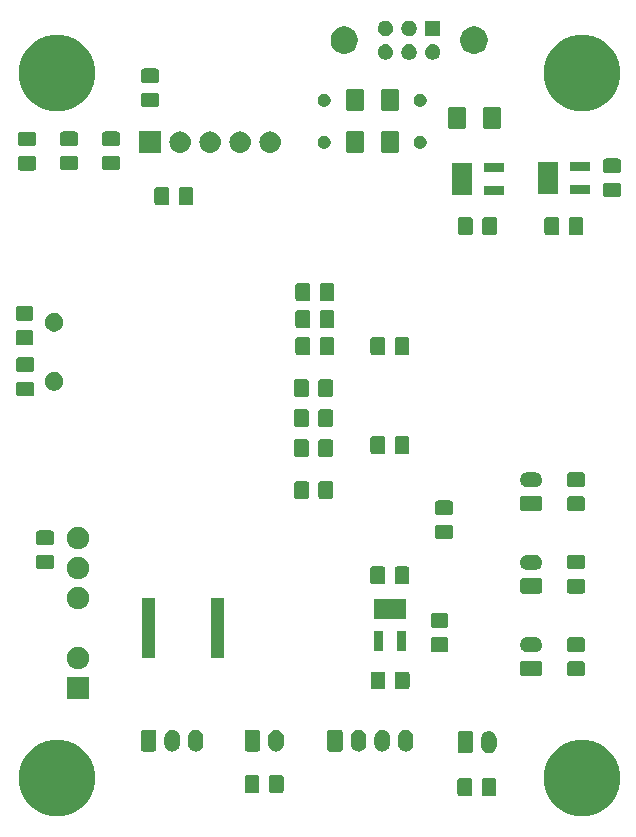
<source format=gbs>
G04 #@! TF.GenerationSoftware,KiCad,Pcbnew,(5.0.0-3-g5ebb6b6)*
G04 #@! TF.CreationDate,2018-11-14T13:23:33-05:00*
G04 #@! TF.ProjectId,sensors,73656E736F72732E6B696361645F7063,rev?*
G04 #@! TF.SameCoordinates,Original*
G04 #@! TF.FileFunction,Soldermask,Bot*
G04 #@! TF.FilePolarity,Negative*
%FSLAX46Y46*%
G04 Gerber Fmt 4.6, Leading zero omitted, Abs format (unit mm)*
G04 Created by KiCad (PCBNEW (5.0.0-3-g5ebb6b6)) date Wednesday, November 14, 2018 at 01:23:33 PM*
%MOMM*%
%LPD*%
G01*
G04 APERTURE LIST*
%ADD10C,0.100000*%
G04 APERTURE END LIST*
D10*
G36*
X181288223Y-108634126D02*
X181879830Y-108879178D01*
X182412267Y-109234941D01*
X182865059Y-109687733D01*
X183220822Y-110220170D01*
X183465874Y-110811777D01*
X183590800Y-111439823D01*
X183590800Y-112080177D01*
X183465874Y-112708223D01*
X183220822Y-113299830D01*
X182865059Y-113832267D01*
X182412267Y-114285059D01*
X181879830Y-114640822D01*
X181288223Y-114885874D01*
X180660177Y-115010800D01*
X180019823Y-115010800D01*
X179391777Y-114885874D01*
X178800170Y-114640822D01*
X178267733Y-114285059D01*
X177814941Y-113832267D01*
X177459178Y-113299830D01*
X177214126Y-112708223D01*
X177089200Y-112080177D01*
X177089200Y-111439823D01*
X177214126Y-110811777D01*
X177459178Y-110220170D01*
X177814941Y-109687733D01*
X178267733Y-109234941D01*
X178800170Y-108879178D01*
X179391777Y-108634126D01*
X180019823Y-108509200D01*
X180660177Y-108509200D01*
X181288223Y-108634126D01*
X181288223Y-108634126D01*
G37*
G36*
X136838223Y-108634126D02*
X137429830Y-108879178D01*
X137962267Y-109234941D01*
X138415059Y-109687733D01*
X138770822Y-110220170D01*
X139015874Y-110811777D01*
X139140800Y-111439823D01*
X139140800Y-112080177D01*
X139015874Y-112708223D01*
X138770822Y-113299830D01*
X138415059Y-113832267D01*
X137962267Y-114285059D01*
X137429830Y-114640822D01*
X136838223Y-114885874D01*
X136210177Y-115010800D01*
X135569823Y-115010800D01*
X134941777Y-114885874D01*
X134350170Y-114640822D01*
X133817733Y-114285059D01*
X133364941Y-113832267D01*
X133009178Y-113299830D01*
X132764126Y-112708223D01*
X132639200Y-112080177D01*
X132639200Y-111439823D01*
X132764126Y-110811777D01*
X133009178Y-110220170D01*
X133364941Y-109687733D01*
X133817733Y-109234941D01*
X134350170Y-108879178D01*
X134941777Y-108634126D01*
X135569823Y-108509200D01*
X136210177Y-108509200D01*
X136838223Y-108634126D01*
X136838223Y-108634126D01*
G37*
G36*
X172930543Y-111775663D02*
X172968222Y-111787093D01*
X173002939Y-111805650D01*
X173033374Y-111830626D01*
X173058350Y-111861061D01*
X173076907Y-111895778D01*
X173088337Y-111933457D01*
X173092800Y-111978773D01*
X173092800Y-113065227D01*
X173088337Y-113110543D01*
X173076907Y-113148222D01*
X173058350Y-113182939D01*
X173033374Y-113213374D01*
X173002939Y-113238350D01*
X172968222Y-113256907D01*
X172930543Y-113268337D01*
X172885227Y-113272800D01*
X172048773Y-113272800D01*
X172003457Y-113268337D01*
X171965778Y-113256907D01*
X171931061Y-113238350D01*
X171900626Y-113213374D01*
X171875650Y-113182939D01*
X171857093Y-113148222D01*
X171845663Y-113110543D01*
X171841200Y-113065227D01*
X171841200Y-111978773D01*
X171845663Y-111933457D01*
X171857093Y-111895778D01*
X171875650Y-111861061D01*
X171900626Y-111830626D01*
X171931061Y-111805650D01*
X171965778Y-111787093D01*
X172003457Y-111775663D01*
X172048773Y-111771200D01*
X172885227Y-111771200D01*
X172930543Y-111775663D01*
X172930543Y-111775663D01*
G37*
G36*
X170880543Y-111775663D02*
X170918222Y-111787093D01*
X170952939Y-111805650D01*
X170983374Y-111830626D01*
X171008350Y-111861061D01*
X171026907Y-111895778D01*
X171038337Y-111933457D01*
X171042800Y-111978773D01*
X171042800Y-113065227D01*
X171038337Y-113110543D01*
X171026907Y-113148222D01*
X171008350Y-113182939D01*
X170983374Y-113213374D01*
X170952939Y-113238350D01*
X170918222Y-113256907D01*
X170880543Y-113268337D01*
X170835227Y-113272800D01*
X169998773Y-113272800D01*
X169953457Y-113268337D01*
X169915778Y-113256907D01*
X169881061Y-113238350D01*
X169850626Y-113213374D01*
X169825650Y-113182939D01*
X169807093Y-113148222D01*
X169795663Y-113110543D01*
X169791200Y-113065227D01*
X169791200Y-111978773D01*
X169795663Y-111933457D01*
X169807093Y-111895778D01*
X169825650Y-111861061D01*
X169850626Y-111830626D01*
X169881061Y-111805650D01*
X169915778Y-111787093D01*
X169953457Y-111775663D01*
X169998773Y-111771200D01*
X170835227Y-111771200D01*
X170880543Y-111775663D01*
X170880543Y-111775663D01*
G37*
G36*
X154913543Y-111521663D02*
X154951222Y-111533093D01*
X154985939Y-111551650D01*
X155016374Y-111576626D01*
X155041350Y-111607061D01*
X155059907Y-111641778D01*
X155071337Y-111679457D01*
X155075800Y-111724773D01*
X155075800Y-112811227D01*
X155071337Y-112856543D01*
X155059907Y-112894222D01*
X155041350Y-112928939D01*
X155016374Y-112959374D01*
X154985939Y-112984350D01*
X154951222Y-113002907D01*
X154913543Y-113014337D01*
X154868227Y-113018800D01*
X154031773Y-113018800D01*
X153986457Y-113014337D01*
X153948778Y-113002907D01*
X153914061Y-112984350D01*
X153883626Y-112959374D01*
X153858650Y-112928939D01*
X153840093Y-112894222D01*
X153828663Y-112856543D01*
X153824200Y-112811227D01*
X153824200Y-111724773D01*
X153828663Y-111679457D01*
X153840093Y-111641778D01*
X153858650Y-111607061D01*
X153883626Y-111576626D01*
X153914061Y-111551650D01*
X153948778Y-111533093D01*
X153986457Y-111521663D01*
X154031773Y-111517200D01*
X154868227Y-111517200D01*
X154913543Y-111521663D01*
X154913543Y-111521663D01*
G37*
G36*
X152863543Y-111521663D02*
X152901222Y-111533093D01*
X152935939Y-111551650D01*
X152966374Y-111576626D01*
X152991350Y-111607061D01*
X153009907Y-111641778D01*
X153021337Y-111679457D01*
X153025800Y-111724773D01*
X153025800Y-112811227D01*
X153021337Y-112856543D01*
X153009907Y-112894222D01*
X152991350Y-112928939D01*
X152966374Y-112959374D01*
X152935939Y-112984350D01*
X152901222Y-113002907D01*
X152863543Y-113014337D01*
X152818227Y-113018800D01*
X151981773Y-113018800D01*
X151936457Y-113014337D01*
X151898778Y-113002907D01*
X151864061Y-112984350D01*
X151833626Y-112959374D01*
X151808650Y-112928939D01*
X151790093Y-112894222D01*
X151778663Y-112856543D01*
X151774200Y-112811227D01*
X151774200Y-111724773D01*
X151778663Y-111679457D01*
X151790093Y-111641778D01*
X151808650Y-111607061D01*
X151833626Y-111576626D01*
X151864061Y-111551650D01*
X151898778Y-111533093D01*
X151936457Y-111521663D01*
X151981773Y-111517200D01*
X152818227Y-111517200D01*
X152863543Y-111521663D01*
X152863543Y-111521663D01*
G37*
G36*
X172582158Y-107800596D02*
X172701765Y-107836879D01*
X172704837Y-107837811D01*
X172817893Y-107898240D01*
X172916991Y-107979568D01*
X172998319Y-108078665D01*
X173058748Y-108191721D01*
X173058748Y-108191722D01*
X173058749Y-108191724D01*
X173095963Y-108314400D01*
X173105380Y-108410016D01*
X173105380Y-109023942D01*
X173095963Y-109119558D01*
X173064488Y-109223314D01*
X173058748Y-109242237D01*
X172998319Y-109355293D01*
X172916991Y-109454390D01*
X172817894Y-109535718D01*
X172704838Y-109596147D01*
X172704835Y-109596148D01*
X172582159Y-109633362D01*
X172454580Y-109645927D01*
X172327002Y-109633362D01*
X172204326Y-109596148D01*
X172204323Y-109596147D01*
X172091267Y-109535718D01*
X171992170Y-109454390D01*
X171950600Y-109403738D01*
X171910842Y-109355293D01*
X171877298Y-109292536D01*
X171850411Y-109242235D01*
X171838006Y-109201342D01*
X171813197Y-109119558D01*
X171803780Y-109023942D01*
X171803780Y-108410017D01*
X171813197Y-108314401D01*
X171850411Y-108191725D01*
X171850412Y-108191722D01*
X171910841Y-108078666D01*
X171992169Y-107979568D01*
X172091266Y-107898240D01*
X172204322Y-107837811D01*
X172207394Y-107836879D01*
X172327001Y-107800596D01*
X172454580Y-107788031D01*
X172582158Y-107800596D01*
X172582158Y-107800596D01*
G37*
G36*
X170945691Y-107795581D02*
X170982762Y-107806827D01*
X171016941Y-107825095D01*
X171046887Y-107849672D01*
X171071464Y-107879618D01*
X171089732Y-107913797D01*
X171100978Y-107950868D01*
X171105380Y-107995568D01*
X171105380Y-109438390D01*
X171100978Y-109483090D01*
X171089732Y-109520161D01*
X171071464Y-109554340D01*
X171046887Y-109584286D01*
X171016941Y-109608863D01*
X170982762Y-109627131D01*
X170945691Y-109638377D01*
X170900991Y-109642779D01*
X170008169Y-109642779D01*
X169963469Y-109638377D01*
X169926398Y-109627131D01*
X169892219Y-109608863D01*
X169862273Y-109584286D01*
X169837696Y-109554340D01*
X169819428Y-109520161D01*
X169808182Y-109483090D01*
X169803780Y-109438390D01*
X169803780Y-107995568D01*
X169808182Y-107950868D01*
X169819428Y-107913797D01*
X169837696Y-107879618D01*
X169862273Y-107849672D01*
X169892219Y-107825095D01*
X169926398Y-107806827D01*
X169963469Y-107795581D01*
X170008169Y-107791179D01*
X170900991Y-107791179D01*
X170945691Y-107795581D01*
X170945691Y-107795581D01*
G37*
G36*
X163544578Y-107668617D02*
X163664185Y-107704900D01*
X163667257Y-107705832D01*
X163780313Y-107766261D01*
X163879411Y-107847589D01*
X163960739Y-107946686D01*
X164021168Y-108059742D01*
X164021168Y-108059743D01*
X164021169Y-108059745D01*
X164058383Y-108182421D01*
X164067800Y-108278037D01*
X164067800Y-108891963D01*
X164058383Y-108987579D01*
X164021169Y-109110255D01*
X164021168Y-109110258D01*
X163960739Y-109223314D01*
X163879411Y-109322411D01*
X163780314Y-109403739D01*
X163667258Y-109464168D01*
X163667255Y-109464169D01*
X163544579Y-109501383D01*
X163417000Y-109513948D01*
X163289422Y-109501383D01*
X163166746Y-109464169D01*
X163166743Y-109464168D01*
X163053687Y-109403739D01*
X162954590Y-109322411D01*
X162888790Y-109242235D01*
X162873262Y-109223314D01*
X162845132Y-109170687D01*
X162812831Y-109110256D01*
X162800426Y-109069363D01*
X162775617Y-108987579D01*
X162766200Y-108891963D01*
X162766200Y-108278038D01*
X162775617Y-108182422D01*
X162812831Y-108059746D01*
X162812832Y-108059743D01*
X162873261Y-107946687D01*
X162954589Y-107847589D01*
X163053686Y-107766261D01*
X163166742Y-107705832D01*
X163169814Y-107704900D01*
X163289421Y-107668617D01*
X163417000Y-107656052D01*
X163544578Y-107668617D01*
X163544578Y-107668617D01*
G37*
G36*
X165544578Y-107668617D02*
X165664185Y-107704900D01*
X165667257Y-107705832D01*
X165780313Y-107766261D01*
X165879411Y-107847589D01*
X165960739Y-107946686D01*
X166021168Y-108059742D01*
X166021168Y-108059743D01*
X166021169Y-108059745D01*
X166058383Y-108182421D01*
X166067800Y-108278037D01*
X166067800Y-108891963D01*
X166058383Y-108987579D01*
X166021169Y-109110255D01*
X166021168Y-109110258D01*
X165960739Y-109223314D01*
X165879411Y-109322411D01*
X165780314Y-109403739D01*
X165667258Y-109464168D01*
X165667255Y-109464169D01*
X165544579Y-109501383D01*
X165417000Y-109513948D01*
X165289422Y-109501383D01*
X165166746Y-109464169D01*
X165166743Y-109464168D01*
X165053687Y-109403739D01*
X164954590Y-109322411D01*
X164888790Y-109242235D01*
X164873262Y-109223314D01*
X164845132Y-109170687D01*
X164812831Y-109110256D01*
X164800426Y-109069363D01*
X164775617Y-108987579D01*
X164766200Y-108891963D01*
X164766200Y-108278038D01*
X164775617Y-108182422D01*
X164812831Y-108059746D01*
X164812832Y-108059743D01*
X164873261Y-107946687D01*
X164954589Y-107847589D01*
X165053686Y-107766261D01*
X165166742Y-107705832D01*
X165169814Y-107704900D01*
X165289421Y-107668617D01*
X165417000Y-107656052D01*
X165544578Y-107668617D01*
X165544578Y-107668617D01*
G37*
G36*
X161544578Y-107668617D02*
X161664185Y-107704900D01*
X161667257Y-107705832D01*
X161780313Y-107766261D01*
X161879411Y-107847589D01*
X161960739Y-107946686D01*
X162021168Y-108059742D01*
X162021168Y-108059743D01*
X162021169Y-108059745D01*
X162058383Y-108182421D01*
X162067800Y-108278037D01*
X162067800Y-108891963D01*
X162058383Y-108987579D01*
X162021169Y-109110255D01*
X162021168Y-109110258D01*
X161960739Y-109223314D01*
X161879411Y-109322411D01*
X161780314Y-109403739D01*
X161667258Y-109464168D01*
X161667255Y-109464169D01*
X161544579Y-109501383D01*
X161417000Y-109513948D01*
X161289422Y-109501383D01*
X161166746Y-109464169D01*
X161166743Y-109464168D01*
X161053687Y-109403739D01*
X160954590Y-109322411D01*
X160888790Y-109242235D01*
X160873262Y-109223314D01*
X160845132Y-109170687D01*
X160812831Y-109110256D01*
X160800426Y-109069363D01*
X160775617Y-108987579D01*
X160766200Y-108891963D01*
X160766200Y-108278038D01*
X160775617Y-108182422D01*
X160812831Y-108059746D01*
X160812832Y-108059743D01*
X160873261Y-107946687D01*
X160954589Y-107847589D01*
X161053686Y-107766261D01*
X161166742Y-107705832D01*
X161169814Y-107704900D01*
X161289421Y-107668617D01*
X161417000Y-107656052D01*
X161544578Y-107668617D01*
X161544578Y-107668617D01*
G37*
G36*
X147764578Y-107668617D02*
X147884185Y-107704900D01*
X147887257Y-107705832D01*
X148000313Y-107766261D01*
X148099411Y-107847589D01*
X148180739Y-107946686D01*
X148241168Y-108059742D01*
X148241168Y-108059743D01*
X148241169Y-108059745D01*
X148278383Y-108182421D01*
X148287800Y-108278037D01*
X148287800Y-108891963D01*
X148278383Y-108987579D01*
X148241169Y-109110255D01*
X148241168Y-109110258D01*
X148180739Y-109223314D01*
X148099411Y-109322411D01*
X148000314Y-109403739D01*
X147887258Y-109464168D01*
X147887255Y-109464169D01*
X147764579Y-109501383D01*
X147637000Y-109513948D01*
X147509422Y-109501383D01*
X147386746Y-109464169D01*
X147386743Y-109464168D01*
X147273687Y-109403739D01*
X147174590Y-109322411D01*
X147108790Y-109242235D01*
X147093262Y-109223314D01*
X147065132Y-109170687D01*
X147032831Y-109110256D01*
X147020426Y-109069363D01*
X146995617Y-108987579D01*
X146986200Y-108891963D01*
X146986200Y-108278038D01*
X146995617Y-108182422D01*
X147032831Y-108059746D01*
X147032832Y-108059743D01*
X147093261Y-107946687D01*
X147174589Y-107847589D01*
X147273686Y-107766261D01*
X147386742Y-107705832D01*
X147389814Y-107704900D01*
X147509421Y-107668617D01*
X147637000Y-107656052D01*
X147764578Y-107668617D01*
X147764578Y-107668617D01*
G37*
G36*
X145764578Y-107668617D02*
X145884185Y-107704900D01*
X145887257Y-107705832D01*
X146000313Y-107766261D01*
X146099411Y-107847589D01*
X146180739Y-107946686D01*
X146241168Y-108059742D01*
X146241168Y-108059743D01*
X146241169Y-108059745D01*
X146278383Y-108182421D01*
X146287800Y-108278037D01*
X146287800Y-108891963D01*
X146278383Y-108987579D01*
X146241169Y-109110255D01*
X146241168Y-109110258D01*
X146180739Y-109223314D01*
X146099411Y-109322411D01*
X146000314Y-109403739D01*
X145887258Y-109464168D01*
X145887255Y-109464169D01*
X145764579Y-109501383D01*
X145637000Y-109513948D01*
X145509422Y-109501383D01*
X145386746Y-109464169D01*
X145386743Y-109464168D01*
X145273687Y-109403739D01*
X145174590Y-109322411D01*
X145108790Y-109242235D01*
X145093262Y-109223314D01*
X145065132Y-109170687D01*
X145032831Y-109110256D01*
X145020426Y-109069363D01*
X144995617Y-108987579D01*
X144986200Y-108891963D01*
X144986200Y-108278038D01*
X144995617Y-108182422D01*
X145032831Y-108059746D01*
X145032832Y-108059743D01*
X145093261Y-107946687D01*
X145174589Y-107847589D01*
X145273686Y-107766261D01*
X145386742Y-107705832D01*
X145389814Y-107704900D01*
X145509421Y-107668617D01*
X145637000Y-107656052D01*
X145764578Y-107668617D01*
X145764578Y-107668617D01*
G37*
G36*
X154559578Y-107668617D02*
X154679185Y-107704900D01*
X154682257Y-107705832D01*
X154795313Y-107766261D01*
X154894411Y-107847589D01*
X154975739Y-107946686D01*
X155036168Y-108059742D01*
X155036168Y-108059743D01*
X155036169Y-108059745D01*
X155073383Y-108182421D01*
X155082800Y-108278037D01*
X155082800Y-108891963D01*
X155073383Y-108987579D01*
X155036169Y-109110255D01*
X155036168Y-109110258D01*
X154975739Y-109223314D01*
X154894411Y-109322411D01*
X154795314Y-109403739D01*
X154682258Y-109464168D01*
X154682255Y-109464169D01*
X154559579Y-109501383D01*
X154432000Y-109513948D01*
X154304422Y-109501383D01*
X154181746Y-109464169D01*
X154181743Y-109464168D01*
X154068687Y-109403739D01*
X153969590Y-109322411D01*
X153903790Y-109242235D01*
X153888262Y-109223314D01*
X153860132Y-109170687D01*
X153827831Y-109110256D01*
X153815426Y-109069363D01*
X153790617Y-108987579D01*
X153781200Y-108891963D01*
X153781200Y-108278038D01*
X153790617Y-108182422D01*
X153827831Y-108059746D01*
X153827832Y-108059743D01*
X153888261Y-107946687D01*
X153969589Y-107847589D01*
X154068686Y-107766261D01*
X154181742Y-107705832D01*
X154184814Y-107704900D01*
X154304421Y-107668617D01*
X154432000Y-107656052D01*
X154559578Y-107668617D01*
X154559578Y-107668617D01*
G37*
G36*
X159908111Y-107663602D02*
X159945182Y-107674848D01*
X159979361Y-107693116D01*
X160009307Y-107717693D01*
X160033884Y-107747639D01*
X160052152Y-107781818D01*
X160063398Y-107818889D01*
X160067800Y-107863589D01*
X160067800Y-109306411D01*
X160063398Y-109351111D01*
X160052152Y-109388182D01*
X160033884Y-109422361D01*
X160009307Y-109452307D01*
X159979361Y-109476884D01*
X159945182Y-109495152D01*
X159908111Y-109506398D01*
X159863411Y-109510800D01*
X158970589Y-109510800D01*
X158925889Y-109506398D01*
X158888818Y-109495152D01*
X158854639Y-109476884D01*
X158824693Y-109452307D01*
X158800116Y-109422361D01*
X158781848Y-109388182D01*
X158770602Y-109351111D01*
X158766200Y-109306411D01*
X158766200Y-107863589D01*
X158770602Y-107818889D01*
X158781848Y-107781818D01*
X158800116Y-107747639D01*
X158824693Y-107717693D01*
X158854639Y-107693116D01*
X158888818Y-107674848D01*
X158925889Y-107663602D01*
X158970589Y-107659200D01*
X159863411Y-107659200D01*
X159908111Y-107663602D01*
X159908111Y-107663602D01*
G37*
G36*
X144128111Y-107663602D02*
X144165182Y-107674848D01*
X144199361Y-107693116D01*
X144229307Y-107717693D01*
X144253884Y-107747639D01*
X144272152Y-107781818D01*
X144283398Y-107818889D01*
X144287800Y-107863589D01*
X144287800Y-109306411D01*
X144283398Y-109351111D01*
X144272152Y-109388182D01*
X144253884Y-109422361D01*
X144229307Y-109452307D01*
X144199361Y-109476884D01*
X144165182Y-109495152D01*
X144128111Y-109506398D01*
X144083411Y-109510800D01*
X143190589Y-109510800D01*
X143145889Y-109506398D01*
X143108818Y-109495152D01*
X143074639Y-109476884D01*
X143044693Y-109452307D01*
X143020116Y-109422361D01*
X143001848Y-109388182D01*
X142990602Y-109351111D01*
X142986200Y-109306411D01*
X142986200Y-107863589D01*
X142990602Y-107818889D01*
X143001848Y-107781818D01*
X143020116Y-107747639D01*
X143044693Y-107717693D01*
X143074639Y-107693116D01*
X143108818Y-107674848D01*
X143145889Y-107663602D01*
X143190589Y-107659200D01*
X144083411Y-107659200D01*
X144128111Y-107663602D01*
X144128111Y-107663602D01*
G37*
G36*
X152923111Y-107663602D02*
X152960182Y-107674848D01*
X152994361Y-107693116D01*
X153024307Y-107717693D01*
X153048884Y-107747639D01*
X153067152Y-107781818D01*
X153078398Y-107818889D01*
X153082800Y-107863589D01*
X153082800Y-109306411D01*
X153078398Y-109351111D01*
X153067152Y-109388182D01*
X153048884Y-109422361D01*
X153024307Y-109452307D01*
X152994361Y-109476884D01*
X152960182Y-109495152D01*
X152923111Y-109506398D01*
X152878411Y-109510800D01*
X151985589Y-109510800D01*
X151940889Y-109506398D01*
X151903818Y-109495152D01*
X151869639Y-109476884D01*
X151839693Y-109452307D01*
X151815116Y-109422361D01*
X151796848Y-109388182D01*
X151785602Y-109351111D01*
X151781200Y-109306411D01*
X151781200Y-107863589D01*
X151785602Y-107818889D01*
X151796848Y-107781818D01*
X151815116Y-107747639D01*
X151839693Y-107717693D01*
X151869639Y-107693116D01*
X151903818Y-107674848D01*
X151940889Y-107663602D01*
X151985589Y-107659200D01*
X152878411Y-107659200D01*
X152923111Y-107663602D01*
X152923111Y-107663602D01*
G37*
G36*
X138618800Y-105090800D02*
X136717200Y-105090800D01*
X136717200Y-103189200D01*
X138618800Y-103189200D01*
X138618800Y-105090800D01*
X138618800Y-105090800D01*
G37*
G36*
X165571543Y-102744663D02*
X165609222Y-102756093D01*
X165643939Y-102774650D01*
X165674374Y-102799626D01*
X165699350Y-102830061D01*
X165717907Y-102864778D01*
X165729337Y-102902457D01*
X165733800Y-102947773D01*
X165733800Y-104034227D01*
X165729337Y-104079543D01*
X165717907Y-104117222D01*
X165699350Y-104151939D01*
X165674374Y-104182374D01*
X165643939Y-104207350D01*
X165609222Y-104225907D01*
X165571543Y-104237337D01*
X165526227Y-104241800D01*
X164689773Y-104241800D01*
X164644457Y-104237337D01*
X164606778Y-104225907D01*
X164572061Y-104207350D01*
X164541626Y-104182374D01*
X164516650Y-104151939D01*
X164498093Y-104117222D01*
X164486663Y-104079543D01*
X164482200Y-104034227D01*
X164482200Y-102947773D01*
X164486663Y-102902457D01*
X164498093Y-102864778D01*
X164516650Y-102830061D01*
X164541626Y-102799626D01*
X164572061Y-102774650D01*
X164606778Y-102756093D01*
X164644457Y-102744663D01*
X164689773Y-102740200D01*
X165526227Y-102740200D01*
X165571543Y-102744663D01*
X165571543Y-102744663D01*
G37*
G36*
X163521543Y-102744663D02*
X163559222Y-102756093D01*
X163593939Y-102774650D01*
X163624374Y-102799626D01*
X163649350Y-102830061D01*
X163667907Y-102864778D01*
X163679337Y-102902457D01*
X163683800Y-102947773D01*
X163683800Y-104034227D01*
X163679337Y-104079543D01*
X163667907Y-104117222D01*
X163649350Y-104151939D01*
X163624374Y-104182374D01*
X163593939Y-104207350D01*
X163559222Y-104225907D01*
X163521543Y-104237337D01*
X163476227Y-104241800D01*
X162639773Y-104241800D01*
X162594457Y-104237337D01*
X162556778Y-104225907D01*
X162522061Y-104207350D01*
X162491626Y-104182374D01*
X162466650Y-104151939D01*
X162448093Y-104117222D01*
X162436663Y-104079543D01*
X162432200Y-104034227D01*
X162432200Y-102947773D01*
X162436663Y-102902457D01*
X162448093Y-102864778D01*
X162466650Y-102830061D01*
X162491626Y-102799626D01*
X162522061Y-102774650D01*
X162556778Y-102756093D01*
X162594457Y-102744663D01*
X162639773Y-102740200D01*
X163476227Y-102740200D01*
X163521543Y-102744663D01*
X163521543Y-102744663D01*
G37*
G36*
X180420543Y-101884663D02*
X180458222Y-101896093D01*
X180492939Y-101914650D01*
X180523374Y-101939626D01*
X180548350Y-101970061D01*
X180566907Y-102004778D01*
X180578337Y-102042457D01*
X180582800Y-102087773D01*
X180582800Y-102924227D01*
X180578337Y-102969543D01*
X180566907Y-103007222D01*
X180548350Y-103041939D01*
X180523374Y-103072374D01*
X180492939Y-103097350D01*
X180458222Y-103115907D01*
X180420543Y-103127337D01*
X180375227Y-103131800D01*
X179288773Y-103131800D01*
X179243457Y-103127337D01*
X179205778Y-103115907D01*
X179171061Y-103097350D01*
X179140626Y-103072374D01*
X179115650Y-103041939D01*
X179097093Y-103007222D01*
X179085663Y-102969543D01*
X179081200Y-102924227D01*
X179081200Y-102087773D01*
X179085663Y-102042457D01*
X179097093Y-102004778D01*
X179115650Y-101970061D01*
X179140626Y-101939626D01*
X179171061Y-101914650D01*
X179205778Y-101896093D01*
X179243457Y-101884663D01*
X179288773Y-101880200D01*
X180375227Y-101880200D01*
X180420543Y-101884663D01*
X180420543Y-101884663D01*
G37*
G36*
X176793090Y-101822022D02*
X176830161Y-101833268D01*
X176864340Y-101851536D01*
X176894286Y-101876113D01*
X176918863Y-101906059D01*
X176937131Y-101940238D01*
X176948377Y-101977309D01*
X176952779Y-102022009D01*
X176952779Y-102914831D01*
X176948377Y-102959531D01*
X176937131Y-102996602D01*
X176918863Y-103030781D01*
X176894286Y-103060727D01*
X176864340Y-103085304D01*
X176830161Y-103103572D01*
X176793090Y-103114818D01*
X176748390Y-103119220D01*
X175305568Y-103119220D01*
X175260868Y-103114818D01*
X175223797Y-103103572D01*
X175189618Y-103085304D01*
X175159672Y-103060727D01*
X175135095Y-103030781D01*
X175116827Y-102996602D01*
X175105581Y-102959531D01*
X175101179Y-102914831D01*
X175101179Y-102022009D01*
X175105581Y-101977309D01*
X175116827Y-101940238D01*
X175135095Y-101906059D01*
X175159672Y-101876113D01*
X175189618Y-101851536D01*
X175223797Y-101833268D01*
X175260868Y-101822022D01*
X175305568Y-101817620D01*
X176748390Y-101817620D01*
X176793090Y-101822022D01*
X176793090Y-101822022D01*
G37*
G36*
X137945338Y-100685738D02*
X138118373Y-100757412D01*
X138274100Y-100861465D01*
X138406535Y-100993900D01*
X138510588Y-101149627D01*
X138582262Y-101322662D01*
X138618800Y-101506354D01*
X138618800Y-101693646D01*
X138582262Y-101877338D01*
X138510588Y-102050373D01*
X138406535Y-102206100D01*
X138274100Y-102338535D01*
X138118373Y-102442588D01*
X137945338Y-102514262D01*
X137761646Y-102550800D01*
X137574354Y-102550800D01*
X137390662Y-102514262D01*
X137217627Y-102442588D01*
X137061900Y-102338535D01*
X136929465Y-102206100D01*
X136825412Y-102050373D01*
X136753738Y-101877338D01*
X136717200Y-101693646D01*
X136717200Y-101506354D01*
X136753738Y-101322662D01*
X136825412Y-101149627D01*
X136929465Y-100993900D01*
X137061900Y-100861465D01*
X137217627Y-100757412D01*
X137390662Y-100685738D01*
X137574354Y-100649200D01*
X137761646Y-100649200D01*
X137945338Y-100685738D01*
X137945338Y-100685738D01*
G37*
G36*
X144208800Y-101585800D02*
X143107200Y-101585800D01*
X143107200Y-96534200D01*
X144208800Y-96534200D01*
X144208800Y-101585800D01*
X144208800Y-101585800D01*
G37*
G36*
X150008800Y-101585800D02*
X148907200Y-101585800D01*
X148907200Y-96534200D01*
X150008800Y-96534200D01*
X150008800Y-101585800D01*
X150008800Y-101585800D01*
G37*
G36*
X176381750Y-99822328D02*
X176429558Y-99827037D01*
X176524741Y-99855911D01*
X176552237Y-99864252D01*
X176665293Y-99924681D01*
X176764390Y-100006009D01*
X176845718Y-100105106D01*
X176906147Y-100218162D01*
X176906148Y-100218165D01*
X176943362Y-100340841D01*
X176955927Y-100468420D01*
X176943362Y-100595999D01*
X176916139Y-100685739D01*
X176906147Y-100718678D01*
X176845718Y-100831734D01*
X176764390Y-100930831D01*
X176665293Y-101012159D01*
X176552237Y-101072588D01*
X176552234Y-101072589D01*
X176429558Y-101109803D01*
X176381750Y-101114512D01*
X176333944Y-101119220D01*
X175720014Y-101119220D01*
X175672208Y-101114511D01*
X175624400Y-101109803D01*
X175501724Y-101072589D01*
X175501721Y-101072588D01*
X175388665Y-101012159D01*
X175289568Y-100930831D01*
X175208240Y-100831734D01*
X175147811Y-100718678D01*
X175137819Y-100685739D01*
X175110596Y-100595999D01*
X175098031Y-100468420D01*
X175110596Y-100340841D01*
X175147810Y-100218165D01*
X175147811Y-100218162D01*
X175208240Y-100105106D01*
X175289568Y-100006009D01*
X175388665Y-99924681D01*
X175501721Y-99864252D01*
X175529217Y-99855911D01*
X175624400Y-99827037D01*
X175672208Y-99822329D01*
X175720014Y-99817620D01*
X176333944Y-99817620D01*
X176381750Y-99822328D01*
X176381750Y-99822328D01*
G37*
G36*
X168871543Y-99839663D02*
X168909222Y-99851093D01*
X168943939Y-99869650D01*
X168974374Y-99894626D01*
X168999350Y-99925061D01*
X169017907Y-99959778D01*
X169029337Y-99997457D01*
X169033800Y-100042773D01*
X169033800Y-100879227D01*
X169029337Y-100924543D01*
X169017907Y-100962222D01*
X168999350Y-100996939D01*
X168974374Y-101027374D01*
X168943939Y-101052350D01*
X168909222Y-101070907D01*
X168871543Y-101082337D01*
X168826227Y-101086800D01*
X167739773Y-101086800D01*
X167694457Y-101082337D01*
X167656778Y-101070907D01*
X167622061Y-101052350D01*
X167591626Y-101027374D01*
X167566650Y-100996939D01*
X167548093Y-100962222D01*
X167536663Y-100924543D01*
X167532200Y-100879227D01*
X167532200Y-100042773D01*
X167536663Y-99997457D01*
X167548093Y-99959778D01*
X167566650Y-99925061D01*
X167591626Y-99894626D01*
X167622061Y-99869650D01*
X167656778Y-99851093D01*
X167694457Y-99839663D01*
X167739773Y-99835200D01*
X168826227Y-99835200D01*
X168871543Y-99839663D01*
X168871543Y-99839663D01*
G37*
G36*
X180420543Y-99834663D02*
X180458222Y-99846093D01*
X180492939Y-99864650D01*
X180523374Y-99889626D01*
X180548350Y-99920061D01*
X180566907Y-99954778D01*
X180578337Y-99992457D01*
X180582800Y-100037773D01*
X180582800Y-100874227D01*
X180578337Y-100919543D01*
X180566907Y-100957222D01*
X180548350Y-100991939D01*
X180523374Y-101022374D01*
X180492939Y-101047350D01*
X180458222Y-101065907D01*
X180420543Y-101077337D01*
X180375227Y-101081800D01*
X179288773Y-101081800D01*
X179243457Y-101077337D01*
X179205778Y-101065907D01*
X179171061Y-101047350D01*
X179140626Y-101022374D01*
X179115650Y-100991939D01*
X179097093Y-100957222D01*
X179085663Y-100919543D01*
X179081200Y-100874227D01*
X179081200Y-100037773D01*
X179085663Y-99992457D01*
X179097093Y-99954778D01*
X179115650Y-99920061D01*
X179140626Y-99889626D01*
X179171061Y-99864650D01*
X179205778Y-99846093D01*
X179243457Y-99834663D01*
X179288773Y-99830200D01*
X180375227Y-99830200D01*
X180420543Y-99834663D01*
X180420543Y-99834663D01*
G37*
G36*
X163517800Y-100972800D02*
X162766200Y-100972800D01*
X162766200Y-99311200D01*
X163517800Y-99311200D01*
X163517800Y-100972800D01*
X163517800Y-100972800D01*
G37*
G36*
X165417800Y-100972800D02*
X164666200Y-100972800D01*
X164666200Y-99311200D01*
X165417800Y-99311200D01*
X165417800Y-100972800D01*
X165417800Y-100972800D01*
G37*
G36*
X168871543Y-97789663D02*
X168909222Y-97801093D01*
X168943939Y-97819650D01*
X168974374Y-97844626D01*
X168999350Y-97875061D01*
X169017907Y-97909778D01*
X169029337Y-97947457D01*
X169033800Y-97992773D01*
X169033800Y-98829227D01*
X169029337Y-98874543D01*
X169017907Y-98912222D01*
X168999350Y-98946939D01*
X168974374Y-98977374D01*
X168943939Y-99002350D01*
X168909222Y-99020907D01*
X168871543Y-99032337D01*
X168826227Y-99036800D01*
X167739773Y-99036800D01*
X167694457Y-99032337D01*
X167656778Y-99020907D01*
X167622061Y-99002350D01*
X167591626Y-98977374D01*
X167566650Y-98946939D01*
X167548093Y-98912222D01*
X167536663Y-98874543D01*
X167532200Y-98829227D01*
X167532200Y-97992773D01*
X167536663Y-97947457D01*
X167548093Y-97909778D01*
X167566650Y-97875061D01*
X167591626Y-97844626D01*
X167622061Y-97819650D01*
X167656778Y-97801093D01*
X167694457Y-97789663D01*
X167739773Y-97785200D01*
X168826227Y-97785200D01*
X168871543Y-97789663D01*
X168871543Y-97789663D01*
G37*
G36*
X165417800Y-98272800D02*
X162766200Y-98272800D01*
X162766200Y-96611200D01*
X165417800Y-96611200D01*
X165417800Y-98272800D01*
X165417800Y-98272800D01*
G37*
G36*
X137945338Y-95605738D02*
X138118373Y-95677412D01*
X138274100Y-95781465D01*
X138406535Y-95913900D01*
X138510588Y-96069627D01*
X138582262Y-96242662D01*
X138618800Y-96426354D01*
X138618800Y-96613646D01*
X138582262Y-96797338D01*
X138510588Y-96970373D01*
X138406535Y-97126100D01*
X138274100Y-97258535D01*
X138118373Y-97362588D01*
X137945338Y-97434262D01*
X137761646Y-97470800D01*
X137574354Y-97470800D01*
X137390662Y-97434262D01*
X137217627Y-97362588D01*
X137061900Y-97258535D01*
X136929465Y-97126100D01*
X136825412Y-96970373D01*
X136753738Y-96797338D01*
X136717200Y-96613646D01*
X136717200Y-96426354D01*
X136753738Y-96242662D01*
X136825412Y-96069627D01*
X136929465Y-95913900D01*
X137061900Y-95781465D01*
X137217627Y-95677412D01*
X137390662Y-95605738D01*
X137574354Y-95569200D01*
X137761646Y-95569200D01*
X137945338Y-95605738D01*
X137945338Y-95605738D01*
G37*
G36*
X180420543Y-94899663D02*
X180458222Y-94911093D01*
X180492939Y-94929650D01*
X180523374Y-94954626D01*
X180548350Y-94985061D01*
X180566907Y-95019778D01*
X180578337Y-95057457D01*
X180582800Y-95102773D01*
X180582800Y-95939227D01*
X180578337Y-95984543D01*
X180566907Y-96022222D01*
X180548350Y-96056939D01*
X180523374Y-96087374D01*
X180492939Y-96112350D01*
X180458222Y-96130907D01*
X180420543Y-96142337D01*
X180375227Y-96146800D01*
X179288773Y-96146800D01*
X179243457Y-96142337D01*
X179205778Y-96130907D01*
X179171061Y-96112350D01*
X179140626Y-96087374D01*
X179115650Y-96056939D01*
X179097093Y-96022222D01*
X179085663Y-95984543D01*
X179081200Y-95939227D01*
X179081200Y-95102773D01*
X179085663Y-95057457D01*
X179097093Y-95019778D01*
X179115650Y-94985061D01*
X179140626Y-94954626D01*
X179171061Y-94929650D01*
X179205778Y-94911093D01*
X179243457Y-94899663D01*
X179288773Y-94895200D01*
X180375227Y-94895200D01*
X180420543Y-94899663D01*
X180420543Y-94899663D01*
G37*
G36*
X176793090Y-94837022D02*
X176830161Y-94848268D01*
X176864340Y-94866536D01*
X176894286Y-94891113D01*
X176918863Y-94921059D01*
X176937131Y-94955238D01*
X176948377Y-94992309D01*
X176952779Y-95037009D01*
X176952779Y-95929831D01*
X176948377Y-95974531D01*
X176937131Y-96011602D01*
X176918863Y-96045781D01*
X176894286Y-96075727D01*
X176864340Y-96100304D01*
X176830161Y-96118572D01*
X176793090Y-96129818D01*
X176748390Y-96134220D01*
X175305568Y-96134220D01*
X175260868Y-96129818D01*
X175223797Y-96118572D01*
X175189618Y-96100304D01*
X175159672Y-96075727D01*
X175135095Y-96045781D01*
X175116827Y-96011602D01*
X175105581Y-95974531D01*
X175101179Y-95929831D01*
X175101179Y-95037009D01*
X175105581Y-94992309D01*
X175116827Y-94955238D01*
X175135095Y-94921059D01*
X175159672Y-94891113D01*
X175189618Y-94866536D01*
X175223797Y-94848268D01*
X175260868Y-94837022D01*
X175305568Y-94832620D01*
X176748390Y-94832620D01*
X176793090Y-94837022D01*
X176793090Y-94837022D01*
G37*
G36*
X163513543Y-93843263D02*
X163551222Y-93854693D01*
X163585939Y-93873250D01*
X163616374Y-93898226D01*
X163641350Y-93928661D01*
X163659907Y-93963378D01*
X163671337Y-94001057D01*
X163675800Y-94046373D01*
X163675800Y-95132827D01*
X163671337Y-95178143D01*
X163659907Y-95215822D01*
X163641350Y-95250539D01*
X163616374Y-95280974D01*
X163585939Y-95305950D01*
X163551222Y-95324507D01*
X163513543Y-95335937D01*
X163468227Y-95340400D01*
X162631773Y-95340400D01*
X162586457Y-95335937D01*
X162548778Y-95324507D01*
X162514061Y-95305950D01*
X162483626Y-95280974D01*
X162458650Y-95250539D01*
X162440093Y-95215822D01*
X162428663Y-95178143D01*
X162424200Y-95132827D01*
X162424200Y-94046373D01*
X162428663Y-94001057D01*
X162440093Y-93963378D01*
X162458650Y-93928661D01*
X162483626Y-93898226D01*
X162514061Y-93873250D01*
X162548778Y-93854693D01*
X162586457Y-93843263D01*
X162631773Y-93838800D01*
X163468227Y-93838800D01*
X163513543Y-93843263D01*
X163513543Y-93843263D01*
G37*
G36*
X165563543Y-93843263D02*
X165601222Y-93854693D01*
X165635939Y-93873250D01*
X165666374Y-93898226D01*
X165691350Y-93928661D01*
X165709907Y-93963378D01*
X165721337Y-94001057D01*
X165725800Y-94046373D01*
X165725800Y-95132827D01*
X165721337Y-95178143D01*
X165709907Y-95215822D01*
X165691350Y-95250539D01*
X165666374Y-95280974D01*
X165635939Y-95305950D01*
X165601222Y-95324507D01*
X165563543Y-95335937D01*
X165518227Y-95340400D01*
X164681773Y-95340400D01*
X164636457Y-95335937D01*
X164598778Y-95324507D01*
X164564061Y-95305950D01*
X164533626Y-95280974D01*
X164508650Y-95250539D01*
X164490093Y-95215822D01*
X164478663Y-95178143D01*
X164474200Y-95132827D01*
X164474200Y-94046373D01*
X164478663Y-94001057D01*
X164490093Y-93963378D01*
X164508650Y-93928661D01*
X164533626Y-93898226D01*
X164564061Y-93873250D01*
X164598778Y-93854693D01*
X164636457Y-93843263D01*
X164681773Y-93838800D01*
X165518227Y-93838800D01*
X165563543Y-93843263D01*
X165563543Y-93843263D01*
G37*
G36*
X137945338Y-93065738D02*
X138118373Y-93137412D01*
X138274100Y-93241465D01*
X138406535Y-93373900D01*
X138510588Y-93529627D01*
X138582262Y-93702662D01*
X138618800Y-93886354D01*
X138618800Y-94073646D01*
X138582262Y-94257338D01*
X138510588Y-94430373D01*
X138406535Y-94586100D01*
X138274100Y-94718535D01*
X138118373Y-94822588D01*
X137945338Y-94894262D01*
X137761646Y-94930800D01*
X137574354Y-94930800D01*
X137390662Y-94894262D01*
X137217627Y-94822588D01*
X137061900Y-94718535D01*
X136929465Y-94586100D01*
X136825412Y-94430373D01*
X136753738Y-94257338D01*
X136717200Y-94073646D01*
X136717200Y-93886354D01*
X136753738Y-93702662D01*
X136825412Y-93529627D01*
X136929465Y-93373900D01*
X137061900Y-93241465D01*
X137217627Y-93137412D01*
X137390662Y-93065738D01*
X137574354Y-93029200D01*
X137761646Y-93029200D01*
X137945338Y-93065738D01*
X137945338Y-93065738D01*
G37*
G36*
X176381750Y-92837328D02*
X176429558Y-92842037D01*
X176552234Y-92879251D01*
X176552237Y-92879252D01*
X176665293Y-92939681D01*
X176764390Y-93021009D01*
X176845718Y-93120106D01*
X176906147Y-93233162D01*
X176906148Y-93233165D01*
X176943362Y-93355841D01*
X176955927Y-93483420D01*
X176943362Y-93610999D01*
X176915556Y-93702662D01*
X176906147Y-93733678D01*
X176845718Y-93846734D01*
X176764390Y-93945831D01*
X176665293Y-94027159D01*
X176552237Y-94087588D01*
X176552234Y-94087589D01*
X176429558Y-94124803D01*
X176381750Y-94129512D01*
X176333944Y-94134220D01*
X175720014Y-94134220D01*
X175672208Y-94129512D01*
X175624400Y-94124803D01*
X175501724Y-94087589D01*
X175501721Y-94087588D01*
X175388665Y-94027159D01*
X175289568Y-93945831D01*
X175208240Y-93846734D01*
X175147811Y-93733678D01*
X175138402Y-93702662D01*
X175110596Y-93610999D01*
X175098031Y-93483420D01*
X175110596Y-93355841D01*
X175147810Y-93233165D01*
X175147811Y-93233162D01*
X175208240Y-93120106D01*
X175289568Y-93021009D01*
X175388665Y-92939681D01*
X175501721Y-92879252D01*
X175501724Y-92879251D01*
X175624400Y-92842037D01*
X175672208Y-92837328D01*
X175720014Y-92832620D01*
X176333944Y-92832620D01*
X176381750Y-92837328D01*
X176381750Y-92837328D01*
G37*
G36*
X135462543Y-92850663D02*
X135500222Y-92862093D01*
X135534939Y-92880650D01*
X135565374Y-92905626D01*
X135590350Y-92936061D01*
X135608907Y-92970778D01*
X135620337Y-93008457D01*
X135624800Y-93053773D01*
X135624800Y-93890227D01*
X135620337Y-93935543D01*
X135608907Y-93973222D01*
X135590350Y-94007939D01*
X135565374Y-94038374D01*
X135534939Y-94063350D01*
X135500222Y-94081907D01*
X135462543Y-94093337D01*
X135417227Y-94097800D01*
X134330773Y-94097800D01*
X134285457Y-94093337D01*
X134247778Y-94081907D01*
X134213061Y-94063350D01*
X134182626Y-94038374D01*
X134157650Y-94007939D01*
X134139093Y-93973222D01*
X134127663Y-93935543D01*
X134123200Y-93890227D01*
X134123200Y-93053773D01*
X134127663Y-93008457D01*
X134139093Y-92970778D01*
X134157650Y-92936061D01*
X134182626Y-92905626D01*
X134213061Y-92880650D01*
X134247778Y-92862093D01*
X134285457Y-92850663D01*
X134330773Y-92846200D01*
X135417227Y-92846200D01*
X135462543Y-92850663D01*
X135462543Y-92850663D01*
G37*
G36*
X180420543Y-92849663D02*
X180458222Y-92861093D01*
X180492939Y-92879650D01*
X180523374Y-92904626D01*
X180548350Y-92935061D01*
X180566907Y-92969778D01*
X180578337Y-93007457D01*
X180582800Y-93052773D01*
X180582800Y-93889227D01*
X180578337Y-93934543D01*
X180566907Y-93972222D01*
X180548350Y-94006939D01*
X180523374Y-94037374D01*
X180492939Y-94062350D01*
X180458222Y-94080907D01*
X180420543Y-94092337D01*
X180375227Y-94096800D01*
X179288773Y-94096800D01*
X179243457Y-94092337D01*
X179205778Y-94080907D01*
X179171061Y-94062350D01*
X179140626Y-94037374D01*
X179115650Y-94006939D01*
X179097093Y-93972222D01*
X179085663Y-93934543D01*
X179081200Y-93889227D01*
X179081200Y-93052773D01*
X179085663Y-93007457D01*
X179097093Y-92969778D01*
X179115650Y-92935061D01*
X179140626Y-92904626D01*
X179171061Y-92879650D01*
X179205778Y-92861093D01*
X179243457Y-92849663D01*
X179288773Y-92845200D01*
X180375227Y-92845200D01*
X180420543Y-92849663D01*
X180420543Y-92849663D01*
G37*
G36*
X137945338Y-90525738D02*
X138118373Y-90597412D01*
X138274100Y-90701465D01*
X138406535Y-90833900D01*
X138510588Y-90989627D01*
X138582262Y-91162662D01*
X138618800Y-91346354D01*
X138618800Y-91533646D01*
X138582262Y-91717338D01*
X138510588Y-91890373D01*
X138406535Y-92046100D01*
X138274100Y-92178535D01*
X138118373Y-92282588D01*
X137945338Y-92354262D01*
X137761646Y-92390800D01*
X137574354Y-92390800D01*
X137390662Y-92354262D01*
X137217627Y-92282588D01*
X137061900Y-92178535D01*
X136929465Y-92046100D01*
X136825412Y-91890373D01*
X136753738Y-91717338D01*
X136717200Y-91533646D01*
X136717200Y-91346354D01*
X136753738Y-91162662D01*
X136825412Y-90989627D01*
X136929465Y-90833900D01*
X137061900Y-90701465D01*
X137217627Y-90597412D01*
X137390662Y-90525738D01*
X137574354Y-90489200D01*
X137761646Y-90489200D01*
X137945338Y-90525738D01*
X137945338Y-90525738D01*
G37*
G36*
X135462543Y-90800663D02*
X135500222Y-90812093D01*
X135534939Y-90830650D01*
X135565374Y-90855626D01*
X135590350Y-90886061D01*
X135608907Y-90920778D01*
X135620337Y-90958457D01*
X135624800Y-91003773D01*
X135624800Y-91840227D01*
X135620337Y-91885543D01*
X135608907Y-91923222D01*
X135590350Y-91957939D01*
X135565374Y-91988374D01*
X135534939Y-92013350D01*
X135500222Y-92031907D01*
X135462543Y-92043337D01*
X135417227Y-92047800D01*
X134330773Y-92047800D01*
X134285457Y-92043337D01*
X134247778Y-92031907D01*
X134213061Y-92013350D01*
X134182626Y-91988374D01*
X134157650Y-91957939D01*
X134139093Y-91923222D01*
X134127663Y-91885543D01*
X134123200Y-91840227D01*
X134123200Y-91003773D01*
X134127663Y-90958457D01*
X134139093Y-90920778D01*
X134157650Y-90886061D01*
X134182626Y-90855626D01*
X134213061Y-90830650D01*
X134247778Y-90812093D01*
X134285457Y-90800663D01*
X134330773Y-90796200D01*
X135417227Y-90796200D01*
X135462543Y-90800663D01*
X135462543Y-90800663D01*
G37*
G36*
X169244543Y-90310663D02*
X169282222Y-90322093D01*
X169316939Y-90340650D01*
X169347374Y-90365626D01*
X169372350Y-90396061D01*
X169390907Y-90430778D01*
X169402337Y-90468457D01*
X169406800Y-90513773D01*
X169406800Y-91350227D01*
X169402337Y-91395543D01*
X169390907Y-91433222D01*
X169372350Y-91467939D01*
X169347374Y-91498374D01*
X169316939Y-91523350D01*
X169282222Y-91541907D01*
X169244543Y-91553337D01*
X169199227Y-91557800D01*
X168112773Y-91557800D01*
X168067457Y-91553337D01*
X168029778Y-91541907D01*
X167995061Y-91523350D01*
X167964626Y-91498374D01*
X167939650Y-91467939D01*
X167921093Y-91433222D01*
X167909663Y-91395543D01*
X167905200Y-91350227D01*
X167905200Y-90513773D01*
X167909663Y-90468457D01*
X167921093Y-90430778D01*
X167939650Y-90396061D01*
X167964626Y-90365626D01*
X167995061Y-90340650D01*
X168029778Y-90322093D01*
X168067457Y-90310663D01*
X168112773Y-90306200D01*
X169199227Y-90306200D01*
X169244543Y-90310663D01*
X169244543Y-90310663D01*
G37*
G36*
X169244543Y-88260663D02*
X169282222Y-88272093D01*
X169316939Y-88290650D01*
X169347374Y-88315626D01*
X169372350Y-88346061D01*
X169390907Y-88380778D01*
X169402337Y-88418457D01*
X169406800Y-88463773D01*
X169406800Y-89300227D01*
X169402337Y-89345543D01*
X169390907Y-89383222D01*
X169372350Y-89417939D01*
X169347374Y-89448374D01*
X169316939Y-89473350D01*
X169282222Y-89491907D01*
X169244543Y-89503337D01*
X169199227Y-89507800D01*
X168112773Y-89507800D01*
X168067457Y-89503337D01*
X168029778Y-89491907D01*
X167995061Y-89473350D01*
X167964626Y-89448374D01*
X167939650Y-89417939D01*
X167921093Y-89383222D01*
X167909663Y-89345543D01*
X167905200Y-89300227D01*
X167905200Y-88463773D01*
X167909663Y-88418457D01*
X167921093Y-88380778D01*
X167939650Y-88346061D01*
X167964626Y-88315626D01*
X167995061Y-88290650D01*
X168029778Y-88272093D01*
X168067457Y-88260663D01*
X168112773Y-88256200D01*
X169199227Y-88256200D01*
X169244543Y-88260663D01*
X169244543Y-88260663D01*
G37*
G36*
X180420543Y-87914663D02*
X180458222Y-87926093D01*
X180492939Y-87944650D01*
X180523374Y-87969626D01*
X180548350Y-88000061D01*
X180566907Y-88034778D01*
X180578337Y-88072457D01*
X180582800Y-88117773D01*
X180582800Y-88954227D01*
X180578337Y-88999543D01*
X180566907Y-89037222D01*
X180548350Y-89071939D01*
X180523374Y-89102374D01*
X180492939Y-89127350D01*
X180458222Y-89145907D01*
X180420543Y-89157337D01*
X180375227Y-89161800D01*
X179288773Y-89161800D01*
X179243457Y-89157337D01*
X179205778Y-89145907D01*
X179171061Y-89127350D01*
X179140626Y-89102374D01*
X179115650Y-89071939D01*
X179097093Y-89037222D01*
X179085663Y-88999543D01*
X179081200Y-88954227D01*
X179081200Y-88117773D01*
X179085663Y-88072457D01*
X179097093Y-88034778D01*
X179115650Y-88000061D01*
X179140626Y-87969626D01*
X179171061Y-87944650D01*
X179205778Y-87926093D01*
X179243457Y-87914663D01*
X179288773Y-87910200D01*
X180375227Y-87910200D01*
X180420543Y-87914663D01*
X180420543Y-87914663D01*
G37*
G36*
X176793090Y-87852022D02*
X176830161Y-87863268D01*
X176864340Y-87881536D01*
X176894286Y-87906113D01*
X176918863Y-87936059D01*
X176937131Y-87970238D01*
X176948377Y-88007309D01*
X176952779Y-88052009D01*
X176952779Y-88944831D01*
X176948377Y-88989531D01*
X176937131Y-89026602D01*
X176918863Y-89060781D01*
X176894286Y-89090727D01*
X176864340Y-89115304D01*
X176830161Y-89133572D01*
X176793090Y-89144818D01*
X176748390Y-89149220D01*
X175305568Y-89149220D01*
X175260868Y-89144818D01*
X175223797Y-89133572D01*
X175189618Y-89115304D01*
X175159672Y-89090727D01*
X175135095Y-89060781D01*
X175116827Y-89026602D01*
X175105581Y-88989531D01*
X175101179Y-88944831D01*
X175101179Y-88052009D01*
X175105581Y-88007309D01*
X175116827Y-87970238D01*
X175135095Y-87936059D01*
X175159672Y-87906113D01*
X175189618Y-87881536D01*
X175223797Y-87863268D01*
X175260868Y-87852022D01*
X175305568Y-87847620D01*
X176748390Y-87847620D01*
X176793090Y-87852022D01*
X176793090Y-87852022D01*
G37*
G36*
X159104543Y-86629663D02*
X159142222Y-86641093D01*
X159176939Y-86659650D01*
X159207374Y-86684626D01*
X159232350Y-86715061D01*
X159250907Y-86749778D01*
X159262337Y-86787457D01*
X159266800Y-86832773D01*
X159266800Y-87919227D01*
X159262337Y-87964543D01*
X159250907Y-88002222D01*
X159232350Y-88036939D01*
X159207374Y-88067374D01*
X159176939Y-88092350D01*
X159142222Y-88110907D01*
X159104543Y-88122337D01*
X159059227Y-88126800D01*
X158222773Y-88126800D01*
X158177457Y-88122337D01*
X158139778Y-88110907D01*
X158105061Y-88092350D01*
X158074626Y-88067374D01*
X158049650Y-88036939D01*
X158031093Y-88002222D01*
X158019663Y-87964543D01*
X158015200Y-87919227D01*
X158015200Y-86832773D01*
X158019663Y-86787457D01*
X158031093Y-86749778D01*
X158049650Y-86715061D01*
X158074626Y-86684626D01*
X158105061Y-86659650D01*
X158139778Y-86641093D01*
X158177457Y-86629663D01*
X158222773Y-86625200D01*
X159059227Y-86625200D01*
X159104543Y-86629663D01*
X159104543Y-86629663D01*
G37*
G36*
X157054543Y-86629663D02*
X157092222Y-86641093D01*
X157126939Y-86659650D01*
X157157374Y-86684626D01*
X157182350Y-86715061D01*
X157200907Y-86749778D01*
X157212337Y-86787457D01*
X157216800Y-86832773D01*
X157216800Y-87919227D01*
X157212337Y-87964543D01*
X157200907Y-88002222D01*
X157182350Y-88036939D01*
X157157374Y-88067374D01*
X157126939Y-88092350D01*
X157092222Y-88110907D01*
X157054543Y-88122337D01*
X157009227Y-88126800D01*
X156172773Y-88126800D01*
X156127457Y-88122337D01*
X156089778Y-88110907D01*
X156055061Y-88092350D01*
X156024626Y-88067374D01*
X155999650Y-88036939D01*
X155981093Y-88002222D01*
X155969663Y-87964543D01*
X155965200Y-87919227D01*
X155965200Y-86832773D01*
X155969663Y-86787457D01*
X155981093Y-86749778D01*
X155999650Y-86715061D01*
X156024626Y-86684626D01*
X156055061Y-86659650D01*
X156089778Y-86641093D01*
X156127457Y-86629663D01*
X156172773Y-86625200D01*
X157009227Y-86625200D01*
X157054543Y-86629663D01*
X157054543Y-86629663D01*
G37*
G36*
X176381750Y-85852329D02*
X176429558Y-85857037D01*
X176552234Y-85894251D01*
X176552237Y-85894252D01*
X176665293Y-85954681D01*
X176764390Y-86036009D01*
X176845718Y-86135106D01*
X176906147Y-86248162D01*
X176906148Y-86248165D01*
X176943362Y-86370841D01*
X176955927Y-86498420D01*
X176943362Y-86625999D01*
X176916345Y-86715061D01*
X176906147Y-86748678D01*
X176845718Y-86861734D01*
X176764390Y-86960831D01*
X176665293Y-87042159D01*
X176552237Y-87102588D01*
X176552234Y-87102589D01*
X176429558Y-87139803D01*
X176381750Y-87144512D01*
X176333944Y-87149220D01*
X175720014Y-87149220D01*
X175672208Y-87144512D01*
X175624400Y-87139803D01*
X175501724Y-87102589D01*
X175501721Y-87102588D01*
X175388665Y-87042159D01*
X175289568Y-86960831D01*
X175208240Y-86861734D01*
X175147811Y-86748678D01*
X175137613Y-86715061D01*
X175110596Y-86625999D01*
X175098031Y-86498420D01*
X175110596Y-86370841D01*
X175147810Y-86248165D01*
X175147811Y-86248162D01*
X175208240Y-86135106D01*
X175289568Y-86036009D01*
X175388665Y-85954681D01*
X175501721Y-85894252D01*
X175501724Y-85894251D01*
X175624400Y-85857037D01*
X175672208Y-85852329D01*
X175720014Y-85847620D01*
X176333944Y-85847620D01*
X176381750Y-85852329D01*
X176381750Y-85852329D01*
G37*
G36*
X180420543Y-85864663D02*
X180458222Y-85876093D01*
X180492939Y-85894650D01*
X180523374Y-85919626D01*
X180548350Y-85950061D01*
X180566907Y-85984778D01*
X180578337Y-86022457D01*
X180582800Y-86067773D01*
X180582800Y-86904227D01*
X180578337Y-86949543D01*
X180566907Y-86987222D01*
X180548350Y-87021939D01*
X180523374Y-87052374D01*
X180492939Y-87077350D01*
X180458222Y-87095907D01*
X180420543Y-87107337D01*
X180375227Y-87111800D01*
X179288773Y-87111800D01*
X179243457Y-87107337D01*
X179205778Y-87095907D01*
X179171061Y-87077350D01*
X179140626Y-87052374D01*
X179115650Y-87021939D01*
X179097093Y-86987222D01*
X179085663Y-86949543D01*
X179081200Y-86904227D01*
X179081200Y-86067773D01*
X179085663Y-86022457D01*
X179097093Y-85984778D01*
X179115650Y-85950061D01*
X179140626Y-85919626D01*
X179171061Y-85894650D01*
X179205778Y-85876093D01*
X179243457Y-85864663D01*
X179288773Y-85860200D01*
X180375227Y-85860200D01*
X180420543Y-85864663D01*
X180420543Y-85864663D01*
G37*
G36*
X159086543Y-83073663D02*
X159124222Y-83085093D01*
X159158939Y-83103650D01*
X159189374Y-83128626D01*
X159214350Y-83159061D01*
X159232907Y-83193778D01*
X159244337Y-83231457D01*
X159248800Y-83276773D01*
X159248800Y-84363227D01*
X159244337Y-84408543D01*
X159232907Y-84446222D01*
X159214350Y-84480939D01*
X159189374Y-84511374D01*
X159158939Y-84536350D01*
X159124222Y-84554907D01*
X159086543Y-84566337D01*
X159041227Y-84570800D01*
X158204773Y-84570800D01*
X158159457Y-84566337D01*
X158121778Y-84554907D01*
X158087061Y-84536350D01*
X158056626Y-84511374D01*
X158031650Y-84480939D01*
X158013093Y-84446222D01*
X158001663Y-84408543D01*
X157997200Y-84363227D01*
X157997200Y-83276773D01*
X158001663Y-83231457D01*
X158013093Y-83193778D01*
X158031650Y-83159061D01*
X158056626Y-83128626D01*
X158087061Y-83103650D01*
X158121778Y-83085093D01*
X158159457Y-83073663D01*
X158204773Y-83069200D01*
X159041227Y-83069200D01*
X159086543Y-83073663D01*
X159086543Y-83073663D01*
G37*
G36*
X157036543Y-83073663D02*
X157074222Y-83085093D01*
X157108939Y-83103650D01*
X157139374Y-83128626D01*
X157164350Y-83159061D01*
X157182907Y-83193778D01*
X157194337Y-83231457D01*
X157198800Y-83276773D01*
X157198800Y-84363227D01*
X157194337Y-84408543D01*
X157182907Y-84446222D01*
X157164350Y-84480939D01*
X157139374Y-84511374D01*
X157108939Y-84536350D01*
X157074222Y-84554907D01*
X157036543Y-84566337D01*
X156991227Y-84570800D01*
X156154773Y-84570800D01*
X156109457Y-84566337D01*
X156071778Y-84554907D01*
X156037061Y-84536350D01*
X156006626Y-84511374D01*
X155981650Y-84480939D01*
X155963093Y-84446222D01*
X155951663Y-84408543D01*
X155947200Y-84363227D01*
X155947200Y-83276773D01*
X155951663Y-83231457D01*
X155963093Y-83193778D01*
X155981650Y-83159061D01*
X156006626Y-83128626D01*
X156037061Y-83103650D01*
X156071778Y-83085093D01*
X156109457Y-83073663D01*
X156154773Y-83069200D01*
X156991227Y-83069200D01*
X157036543Y-83073663D01*
X157036543Y-83073663D01*
G37*
G36*
X165563543Y-82819663D02*
X165601222Y-82831093D01*
X165635939Y-82849650D01*
X165666374Y-82874626D01*
X165691350Y-82905061D01*
X165709907Y-82939778D01*
X165721337Y-82977457D01*
X165725800Y-83022773D01*
X165725800Y-84109227D01*
X165721337Y-84154543D01*
X165709907Y-84192222D01*
X165691350Y-84226939D01*
X165666374Y-84257374D01*
X165635939Y-84282350D01*
X165601222Y-84300907D01*
X165563543Y-84312337D01*
X165518227Y-84316800D01*
X164681773Y-84316800D01*
X164636457Y-84312337D01*
X164598778Y-84300907D01*
X164564061Y-84282350D01*
X164533626Y-84257374D01*
X164508650Y-84226939D01*
X164490093Y-84192222D01*
X164478663Y-84154543D01*
X164474200Y-84109227D01*
X164474200Y-83022773D01*
X164478663Y-82977457D01*
X164490093Y-82939778D01*
X164508650Y-82905061D01*
X164533626Y-82874626D01*
X164564061Y-82849650D01*
X164598778Y-82831093D01*
X164636457Y-82819663D01*
X164681773Y-82815200D01*
X165518227Y-82815200D01*
X165563543Y-82819663D01*
X165563543Y-82819663D01*
G37*
G36*
X163513543Y-82819663D02*
X163551222Y-82831093D01*
X163585939Y-82849650D01*
X163616374Y-82874626D01*
X163641350Y-82905061D01*
X163659907Y-82939778D01*
X163671337Y-82977457D01*
X163675800Y-83022773D01*
X163675800Y-84109227D01*
X163671337Y-84154543D01*
X163659907Y-84192222D01*
X163641350Y-84226939D01*
X163616374Y-84257374D01*
X163585939Y-84282350D01*
X163551222Y-84300907D01*
X163513543Y-84312337D01*
X163468227Y-84316800D01*
X162631773Y-84316800D01*
X162586457Y-84312337D01*
X162548778Y-84300907D01*
X162514061Y-84282350D01*
X162483626Y-84257374D01*
X162458650Y-84226939D01*
X162440093Y-84192222D01*
X162428663Y-84154543D01*
X162424200Y-84109227D01*
X162424200Y-83022773D01*
X162428663Y-82977457D01*
X162440093Y-82939778D01*
X162458650Y-82905061D01*
X162483626Y-82874626D01*
X162514061Y-82849650D01*
X162548778Y-82831093D01*
X162586457Y-82819663D01*
X162631773Y-82815200D01*
X163468227Y-82815200D01*
X163513543Y-82819663D01*
X163513543Y-82819663D01*
G37*
G36*
X159086543Y-80533663D02*
X159124222Y-80545093D01*
X159158939Y-80563650D01*
X159189374Y-80588626D01*
X159214350Y-80619061D01*
X159232907Y-80653778D01*
X159244337Y-80691457D01*
X159248800Y-80736773D01*
X159248800Y-81823227D01*
X159244337Y-81868543D01*
X159232907Y-81906222D01*
X159214350Y-81940939D01*
X159189374Y-81971374D01*
X159158939Y-81996350D01*
X159124222Y-82014907D01*
X159086543Y-82026337D01*
X159041227Y-82030800D01*
X158204773Y-82030800D01*
X158159457Y-82026337D01*
X158121778Y-82014907D01*
X158087061Y-81996350D01*
X158056626Y-81971374D01*
X158031650Y-81940939D01*
X158013093Y-81906222D01*
X158001663Y-81868543D01*
X157997200Y-81823227D01*
X157997200Y-80736773D01*
X158001663Y-80691457D01*
X158013093Y-80653778D01*
X158031650Y-80619061D01*
X158056626Y-80588626D01*
X158087061Y-80563650D01*
X158121778Y-80545093D01*
X158159457Y-80533663D01*
X158204773Y-80529200D01*
X159041227Y-80529200D01*
X159086543Y-80533663D01*
X159086543Y-80533663D01*
G37*
G36*
X157036543Y-80533663D02*
X157074222Y-80545093D01*
X157108939Y-80563650D01*
X157139374Y-80588626D01*
X157164350Y-80619061D01*
X157182907Y-80653778D01*
X157194337Y-80691457D01*
X157198800Y-80736773D01*
X157198800Y-81823227D01*
X157194337Y-81868543D01*
X157182907Y-81906222D01*
X157164350Y-81940939D01*
X157139374Y-81971374D01*
X157108939Y-81996350D01*
X157074222Y-82014907D01*
X157036543Y-82026337D01*
X156991227Y-82030800D01*
X156154773Y-82030800D01*
X156109457Y-82026337D01*
X156071778Y-82014907D01*
X156037061Y-81996350D01*
X156006626Y-81971374D01*
X155981650Y-81940939D01*
X155963093Y-81906222D01*
X155951663Y-81868543D01*
X155947200Y-81823227D01*
X155947200Y-80736773D01*
X155951663Y-80691457D01*
X155963093Y-80653778D01*
X155981650Y-80619061D01*
X156006626Y-80588626D01*
X156037061Y-80563650D01*
X156071778Y-80545093D01*
X156109457Y-80533663D01*
X156154773Y-80529200D01*
X156991227Y-80529200D01*
X157036543Y-80533663D01*
X157036543Y-80533663D01*
G37*
G36*
X157036543Y-77993663D02*
X157074222Y-78005093D01*
X157108939Y-78023650D01*
X157139374Y-78048626D01*
X157164350Y-78079061D01*
X157182907Y-78113778D01*
X157194337Y-78151457D01*
X157198800Y-78196773D01*
X157198800Y-79283227D01*
X157194337Y-79328543D01*
X157182907Y-79366222D01*
X157164350Y-79400939D01*
X157139374Y-79431374D01*
X157108939Y-79456350D01*
X157074222Y-79474907D01*
X157036543Y-79486337D01*
X156991227Y-79490800D01*
X156154773Y-79490800D01*
X156109457Y-79486337D01*
X156071778Y-79474907D01*
X156037061Y-79456350D01*
X156006626Y-79431374D01*
X155981650Y-79400939D01*
X155963093Y-79366222D01*
X155951663Y-79328543D01*
X155947200Y-79283227D01*
X155947200Y-78196773D01*
X155951663Y-78151457D01*
X155963093Y-78113778D01*
X155981650Y-78079061D01*
X156006626Y-78048626D01*
X156037061Y-78023650D01*
X156071778Y-78005093D01*
X156109457Y-77993663D01*
X156154773Y-77989200D01*
X156991227Y-77989200D01*
X157036543Y-77993663D01*
X157036543Y-77993663D01*
G37*
G36*
X159086543Y-77993663D02*
X159124222Y-78005093D01*
X159158939Y-78023650D01*
X159189374Y-78048626D01*
X159214350Y-78079061D01*
X159232907Y-78113778D01*
X159244337Y-78151457D01*
X159248800Y-78196773D01*
X159248800Y-79283227D01*
X159244337Y-79328543D01*
X159232907Y-79366222D01*
X159214350Y-79400939D01*
X159189374Y-79431374D01*
X159158939Y-79456350D01*
X159124222Y-79474907D01*
X159086543Y-79486337D01*
X159041227Y-79490800D01*
X158204773Y-79490800D01*
X158159457Y-79486337D01*
X158121778Y-79474907D01*
X158087061Y-79456350D01*
X158056626Y-79431374D01*
X158031650Y-79400939D01*
X158013093Y-79366222D01*
X158001663Y-79328543D01*
X157997200Y-79283227D01*
X157997200Y-78196773D01*
X158001663Y-78151457D01*
X158013093Y-78113778D01*
X158031650Y-78079061D01*
X158056626Y-78048626D01*
X158087061Y-78023650D01*
X158121778Y-78005093D01*
X158159457Y-77993663D01*
X158204773Y-77989200D01*
X159041227Y-77989200D01*
X159086543Y-77993663D01*
X159086543Y-77993663D01*
G37*
G36*
X133786143Y-78187463D02*
X133823822Y-78198893D01*
X133858539Y-78217450D01*
X133888974Y-78242426D01*
X133913950Y-78272861D01*
X133932507Y-78307578D01*
X133943937Y-78345257D01*
X133948400Y-78390573D01*
X133948400Y-79227027D01*
X133943937Y-79272343D01*
X133932507Y-79310022D01*
X133913950Y-79344739D01*
X133888974Y-79375174D01*
X133858539Y-79400150D01*
X133823822Y-79418707D01*
X133786143Y-79430137D01*
X133740827Y-79434600D01*
X132654373Y-79434600D01*
X132609057Y-79430137D01*
X132571378Y-79418707D01*
X132536661Y-79400150D01*
X132506226Y-79375174D01*
X132481250Y-79344739D01*
X132462693Y-79310022D01*
X132451263Y-79272343D01*
X132446800Y-79227027D01*
X132446800Y-78390573D01*
X132451263Y-78345257D01*
X132462693Y-78307578D01*
X132481250Y-78272861D01*
X132506226Y-78242426D01*
X132536661Y-78217450D01*
X132571378Y-78198893D01*
X132609057Y-78187463D01*
X132654373Y-78183000D01*
X133740827Y-78183000D01*
X133786143Y-78187463D01*
X133786143Y-78187463D01*
G37*
G36*
X135869585Y-77381974D02*
X136015322Y-77442340D01*
X136146481Y-77529978D01*
X136258022Y-77641519D01*
X136345660Y-77772678D01*
X136406026Y-77918415D01*
X136436800Y-78073127D01*
X136436800Y-78230873D01*
X136406026Y-78385585D01*
X136345660Y-78531322D01*
X136258022Y-78662481D01*
X136146481Y-78774022D01*
X136015322Y-78861660D01*
X135869585Y-78922026D01*
X135714873Y-78952800D01*
X135557127Y-78952800D01*
X135402415Y-78922026D01*
X135256678Y-78861660D01*
X135125519Y-78774022D01*
X135013978Y-78662481D01*
X134926340Y-78531322D01*
X134865974Y-78385585D01*
X134835200Y-78230873D01*
X134835200Y-78073127D01*
X134865974Y-77918415D01*
X134926340Y-77772678D01*
X135013978Y-77641519D01*
X135125519Y-77529978D01*
X135256678Y-77442340D01*
X135402415Y-77381974D01*
X135557127Y-77351200D01*
X135714873Y-77351200D01*
X135869585Y-77381974D01*
X135869585Y-77381974D01*
G37*
G36*
X133786143Y-76137463D02*
X133823822Y-76148893D01*
X133858539Y-76167450D01*
X133888974Y-76192426D01*
X133913950Y-76222861D01*
X133932507Y-76257578D01*
X133943937Y-76295257D01*
X133948400Y-76340573D01*
X133948400Y-77177027D01*
X133943937Y-77222343D01*
X133932507Y-77260022D01*
X133913950Y-77294739D01*
X133888974Y-77325174D01*
X133858539Y-77350150D01*
X133823822Y-77368707D01*
X133786143Y-77380137D01*
X133740827Y-77384600D01*
X132654373Y-77384600D01*
X132609057Y-77380137D01*
X132571378Y-77368707D01*
X132536661Y-77350150D01*
X132506226Y-77325174D01*
X132481250Y-77294739D01*
X132462693Y-77260022D01*
X132451263Y-77222343D01*
X132446800Y-77177027D01*
X132446800Y-76340573D01*
X132451263Y-76295257D01*
X132462693Y-76257578D01*
X132481250Y-76222861D01*
X132506226Y-76192426D01*
X132536661Y-76167450D01*
X132571378Y-76148893D01*
X132609057Y-76137463D01*
X132654373Y-76133000D01*
X133740827Y-76133000D01*
X133786143Y-76137463D01*
X133786143Y-76137463D01*
G37*
G36*
X165563543Y-74437663D02*
X165601222Y-74449093D01*
X165635939Y-74467650D01*
X165666374Y-74492626D01*
X165691350Y-74523061D01*
X165709907Y-74557778D01*
X165721337Y-74595457D01*
X165725800Y-74640773D01*
X165725800Y-75727227D01*
X165721337Y-75772543D01*
X165709907Y-75810222D01*
X165691350Y-75844939D01*
X165666374Y-75875374D01*
X165635939Y-75900350D01*
X165601222Y-75918907D01*
X165563543Y-75930337D01*
X165518227Y-75934800D01*
X164681773Y-75934800D01*
X164636457Y-75930337D01*
X164598778Y-75918907D01*
X164564061Y-75900350D01*
X164533626Y-75875374D01*
X164508650Y-75844939D01*
X164490093Y-75810222D01*
X164478663Y-75772543D01*
X164474200Y-75727227D01*
X164474200Y-74640773D01*
X164478663Y-74595457D01*
X164490093Y-74557778D01*
X164508650Y-74523061D01*
X164533626Y-74492626D01*
X164564061Y-74467650D01*
X164598778Y-74449093D01*
X164636457Y-74437663D01*
X164681773Y-74433200D01*
X165518227Y-74433200D01*
X165563543Y-74437663D01*
X165563543Y-74437663D01*
G37*
G36*
X157163543Y-74437663D02*
X157201222Y-74449093D01*
X157235939Y-74467650D01*
X157266374Y-74492626D01*
X157291350Y-74523061D01*
X157309907Y-74557778D01*
X157321337Y-74595457D01*
X157325800Y-74640773D01*
X157325800Y-75727227D01*
X157321337Y-75772543D01*
X157309907Y-75810222D01*
X157291350Y-75844939D01*
X157266374Y-75875374D01*
X157235939Y-75900350D01*
X157201222Y-75918907D01*
X157163543Y-75930337D01*
X157118227Y-75934800D01*
X156281773Y-75934800D01*
X156236457Y-75930337D01*
X156198778Y-75918907D01*
X156164061Y-75900350D01*
X156133626Y-75875374D01*
X156108650Y-75844939D01*
X156090093Y-75810222D01*
X156078663Y-75772543D01*
X156074200Y-75727227D01*
X156074200Y-74640773D01*
X156078663Y-74595457D01*
X156090093Y-74557778D01*
X156108650Y-74523061D01*
X156133626Y-74492626D01*
X156164061Y-74467650D01*
X156198778Y-74449093D01*
X156236457Y-74437663D01*
X156281773Y-74433200D01*
X157118227Y-74433200D01*
X157163543Y-74437663D01*
X157163543Y-74437663D01*
G37*
G36*
X159213543Y-74437663D02*
X159251222Y-74449093D01*
X159285939Y-74467650D01*
X159316374Y-74492626D01*
X159341350Y-74523061D01*
X159359907Y-74557778D01*
X159371337Y-74595457D01*
X159375800Y-74640773D01*
X159375800Y-75727227D01*
X159371337Y-75772543D01*
X159359907Y-75810222D01*
X159341350Y-75844939D01*
X159316374Y-75875374D01*
X159285939Y-75900350D01*
X159251222Y-75918907D01*
X159213543Y-75930337D01*
X159168227Y-75934800D01*
X158331773Y-75934800D01*
X158286457Y-75930337D01*
X158248778Y-75918907D01*
X158214061Y-75900350D01*
X158183626Y-75875374D01*
X158158650Y-75844939D01*
X158140093Y-75810222D01*
X158128663Y-75772543D01*
X158124200Y-75727227D01*
X158124200Y-74640773D01*
X158128663Y-74595457D01*
X158140093Y-74557778D01*
X158158650Y-74523061D01*
X158183626Y-74492626D01*
X158214061Y-74467650D01*
X158248778Y-74449093D01*
X158286457Y-74437663D01*
X158331773Y-74433200D01*
X159168227Y-74433200D01*
X159213543Y-74437663D01*
X159213543Y-74437663D01*
G37*
G36*
X163513543Y-74437663D02*
X163551222Y-74449093D01*
X163585939Y-74467650D01*
X163616374Y-74492626D01*
X163641350Y-74523061D01*
X163659907Y-74557778D01*
X163671337Y-74595457D01*
X163675800Y-74640773D01*
X163675800Y-75727227D01*
X163671337Y-75772543D01*
X163659907Y-75810222D01*
X163641350Y-75844939D01*
X163616374Y-75875374D01*
X163585939Y-75900350D01*
X163551222Y-75918907D01*
X163513543Y-75930337D01*
X163468227Y-75934800D01*
X162631773Y-75934800D01*
X162586457Y-75930337D01*
X162548778Y-75918907D01*
X162514061Y-75900350D01*
X162483626Y-75875374D01*
X162458650Y-75844939D01*
X162440093Y-75810222D01*
X162428663Y-75772543D01*
X162424200Y-75727227D01*
X162424200Y-74640773D01*
X162428663Y-74595457D01*
X162440093Y-74557778D01*
X162458650Y-74523061D01*
X162483626Y-74492626D01*
X162514061Y-74467650D01*
X162548778Y-74449093D01*
X162586457Y-74437663D01*
X162631773Y-74433200D01*
X163468227Y-74433200D01*
X163513543Y-74437663D01*
X163513543Y-74437663D01*
G37*
G36*
X133735343Y-73851463D02*
X133773022Y-73862893D01*
X133807739Y-73881450D01*
X133838174Y-73906426D01*
X133863150Y-73936861D01*
X133881707Y-73971578D01*
X133893137Y-74009257D01*
X133897600Y-74054573D01*
X133897600Y-74891027D01*
X133893137Y-74936343D01*
X133881707Y-74974022D01*
X133863150Y-75008739D01*
X133838174Y-75039174D01*
X133807739Y-75064150D01*
X133773022Y-75082707D01*
X133735343Y-75094137D01*
X133690027Y-75098600D01*
X132603573Y-75098600D01*
X132558257Y-75094137D01*
X132520578Y-75082707D01*
X132485861Y-75064150D01*
X132455426Y-75039174D01*
X132430450Y-75008739D01*
X132411893Y-74974022D01*
X132400463Y-74936343D01*
X132396000Y-74891027D01*
X132396000Y-74054573D01*
X132400463Y-74009257D01*
X132411893Y-73971578D01*
X132430450Y-73936861D01*
X132455426Y-73906426D01*
X132485861Y-73881450D01*
X132520578Y-73862893D01*
X132558257Y-73851463D01*
X132603573Y-73847000D01*
X133690027Y-73847000D01*
X133735343Y-73851463D01*
X133735343Y-73851463D01*
G37*
G36*
X135869585Y-72381974D02*
X136015322Y-72442340D01*
X136146481Y-72529978D01*
X136258022Y-72641519D01*
X136345660Y-72772678D01*
X136406026Y-72918415D01*
X136436800Y-73073127D01*
X136436800Y-73230873D01*
X136406026Y-73385585D01*
X136345660Y-73531322D01*
X136258022Y-73662481D01*
X136146481Y-73774022D01*
X136015322Y-73861660D01*
X135869585Y-73922026D01*
X135714873Y-73952800D01*
X135557127Y-73952800D01*
X135402415Y-73922026D01*
X135256678Y-73861660D01*
X135125519Y-73774022D01*
X135013978Y-73662481D01*
X134926340Y-73531322D01*
X134865974Y-73385585D01*
X134835200Y-73230873D01*
X134835200Y-73073127D01*
X134865974Y-72918415D01*
X134926340Y-72772678D01*
X135013978Y-72641519D01*
X135125519Y-72529978D01*
X135256678Y-72442340D01*
X135402415Y-72381974D01*
X135557127Y-72351200D01*
X135714873Y-72351200D01*
X135869585Y-72381974D01*
X135869585Y-72381974D01*
G37*
G36*
X157163543Y-72151663D02*
X157201222Y-72163093D01*
X157235939Y-72181650D01*
X157266374Y-72206626D01*
X157291350Y-72237061D01*
X157309907Y-72271778D01*
X157321337Y-72309457D01*
X157325800Y-72354773D01*
X157325800Y-73441227D01*
X157321337Y-73486543D01*
X157309907Y-73524222D01*
X157291350Y-73558939D01*
X157266374Y-73589374D01*
X157235939Y-73614350D01*
X157201222Y-73632907D01*
X157163543Y-73644337D01*
X157118227Y-73648800D01*
X156281773Y-73648800D01*
X156236457Y-73644337D01*
X156198778Y-73632907D01*
X156164061Y-73614350D01*
X156133626Y-73589374D01*
X156108650Y-73558939D01*
X156090093Y-73524222D01*
X156078663Y-73486543D01*
X156074200Y-73441227D01*
X156074200Y-72354773D01*
X156078663Y-72309457D01*
X156090093Y-72271778D01*
X156108650Y-72237061D01*
X156133626Y-72206626D01*
X156164061Y-72181650D01*
X156198778Y-72163093D01*
X156236457Y-72151663D01*
X156281773Y-72147200D01*
X157118227Y-72147200D01*
X157163543Y-72151663D01*
X157163543Y-72151663D01*
G37*
G36*
X159213543Y-72151663D02*
X159251222Y-72163093D01*
X159285939Y-72181650D01*
X159316374Y-72206626D01*
X159341350Y-72237061D01*
X159359907Y-72271778D01*
X159371337Y-72309457D01*
X159375800Y-72354773D01*
X159375800Y-73441227D01*
X159371337Y-73486543D01*
X159359907Y-73524222D01*
X159341350Y-73558939D01*
X159316374Y-73589374D01*
X159285939Y-73614350D01*
X159251222Y-73632907D01*
X159213543Y-73644337D01*
X159168227Y-73648800D01*
X158331773Y-73648800D01*
X158286457Y-73644337D01*
X158248778Y-73632907D01*
X158214061Y-73614350D01*
X158183626Y-73589374D01*
X158158650Y-73558939D01*
X158140093Y-73524222D01*
X158128663Y-73486543D01*
X158124200Y-73441227D01*
X158124200Y-72354773D01*
X158128663Y-72309457D01*
X158140093Y-72271778D01*
X158158650Y-72237061D01*
X158183626Y-72206626D01*
X158214061Y-72181650D01*
X158248778Y-72163093D01*
X158286457Y-72151663D01*
X158331773Y-72147200D01*
X159168227Y-72147200D01*
X159213543Y-72151663D01*
X159213543Y-72151663D01*
G37*
G36*
X133735343Y-71801463D02*
X133773022Y-71812893D01*
X133807739Y-71831450D01*
X133838174Y-71856426D01*
X133863150Y-71886861D01*
X133881707Y-71921578D01*
X133893137Y-71959257D01*
X133897600Y-72004573D01*
X133897600Y-72841027D01*
X133893137Y-72886343D01*
X133881707Y-72924022D01*
X133863150Y-72958739D01*
X133838174Y-72989174D01*
X133807739Y-73014150D01*
X133773022Y-73032707D01*
X133735343Y-73044137D01*
X133690027Y-73048600D01*
X132603573Y-73048600D01*
X132558257Y-73044137D01*
X132520578Y-73032707D01*
X132485861Y-73014150D01*
X132455426Y-72989174D01*
X132430450Y-72958739D01*
X132411893Y-72924022D01*
X132400463Y-72886343D01*
X132396000Y-72841027D01*
X132396000Y-72004573D01*
X132400463Y-71959257D01*
X132411893Y-71921578D01*
X132430450Y-71886861D01*
X132455426Y-71856426D01*
X132485861Y-71831450D01*
X132520578Y-71812893D01*
X132558257Y-71801463D01*
X132603573Y-71797000D01*
X133690027Y-71797000D01*
X133735343Y-71801463D01*
X133735343Y-71801463D01*
G37*
G36*
X157163543Y-69865663D02*
X157201222Y-69877093D01*
X157235939Y-69895650D01*
X157266374Y-69920626D01*
X157291350Y-69951061D01*
X157309907Y-69985778D01*
X157321337Y-70023457D01*
X157325800Y-70068773D01*
X157325800Y-71155227D01*
X157321337Y-71200543D01*
X157309907Y-71238222D01*
X157291350Y-71272939D01*
X157266374Y-71303374D01*
X157235939Y-71328350D01*
X157201222Y-71346907D01*
X157163543Y-71358337D01*
X157118227Y-71362800D01*
X156281773Y-71362800D01*
X156236457Y-71358337D01*
X156198778Y-71346907D01*
X156164061Y-71328350D01*
X156133626Y-71303374D01*
X156108650Y-71272939D01*
X156090093Y-71238222D01*
X156078663Y-71200543D01*
X156074200Y-71155227D01*
X156074200Y-70068773D01*
X156078663Y-70023457D01*
X156090093Y-69985778D01*
X156108650Y-69951061D01*
X156133626Y-69920626D01*
X156164061Y-69895650D01*
X156198778Y-69877093D01*
X156236457Y-69865663D01*
X156281773Y-69861200D01*
X157118227Y-69861200D01*
X157163543Y-69865663D01*
X157163543Y-69865663D01*
G37*
G36*
X159213543Y-69865663D02*
X159251222Y-69877093D01*
X159285939Y-69895650D01*
X159316374Y-69920626D01*
X159341350Y-69951061D01*
X159359907Y-69985778D01*
X159371337Y-70023457D01*
X159375800Y-70068773D01*
X159375800Y-71155227D01*
X159371337Y-71200543D01*
X159359907Y-71238222D01*
X159341350Y-71272939D01*
X159316374Y-71303374D01*
X159285939Y-71328350D01*
X159251222Y-71346907D01*
X159213543Y-71358337D01*
X159168227Y-71362800D01*
X158331773Y-71362800D01*
X158286457Y-71358337D01*
X158248778Y-71346907D01*
X158214061Y-71328350D01*
X158183626Y-71303374D01*
X158158650Y-71272939D01*
X158140093Y-71238222D01*
X158128663Y-71200543D01*
X158124200Y-71155227D01*
X158124200Y-70068773D01*
X158128663Y-70023457D01*
X158140093Y-69985778D01*
X158158650Y-69951061D01*
X158183626Y-69920626D01*
X158214061Y-69895650D01*
X158248778Y-69877093D01*
X158286457Y-69865663D01*
X158331773Y-69861200D01*
X159168227Y-69861200D01*
X159213543Y-69865663D01*
X159213543Y-69865663D01*
G37*
G36*
X172980343Y-64277663D02*
X173018022Y-64289093D01*
X173052739Y-64307650D01*
X173083174Y-64332626D01*
X173108150Y-64363061D01*
X173126707Y-64397778D01*
X173138137Y-64435457D01*
X173142600Y-64480773D01*
X173142600Y-65567227D01*
X173138137Y-65612543D01*
X173126707Y-65650222D01*
X173108150Y-65684939D01*
X173083174Y-65715374D01*
X173052739Y-65740350D01*
X173018022Y-65758907D01*
X172980343Y-65770337D01*
X172935027Y-65774800D01*
X172098573Y-65774800D01*
X172053257Y-65770337D01*
X172015578Y-65758907D01*
X171980861Y-65740350D01*
X171950426Y-65715374D01*
X171925450Y-65684939D01*
X171906893Y-65650222D01*
X171895463Y-65612543D01*
X171891000Y-65567227D01*
X171891000Y-64480773D01*
X171895463Y-64435457D01*
X171906893Y-64397778D01*
X171925450Y-64363061D01*
X171950426Y-64332626D01*
X171980861Y-64307650D01*
X172015578Y-64289093D01*
X172053257Y-64277663D01*
X172098573Y-64273200D01*
X172935027Y-64273200D01*
X172980343Y-64277663D01*
X172980343Y-64277663D01*
G37*
G36*
X170930343Y-64277663D02*
X170968022Y-64289093D01*
X171002739Y-64307650D01*
X171033174Y-64332626D01*
X171058150Y-64363061D01*
X171076707Y-64397778D01*
X171088137Y-64435457D01*
X171092600Y-64480773D01*
X171092600Y-65567227D01*
X171088137Y-65612543D01*
X171076707Y-65650222D01*
X171058150Y-65684939D01*
X171033174Y-65715374D01*
X171002739Y-65740350D01*
X170968022Y-65758907D01*
X170930343Y-65770337D01*
X170885027Y-65774800D01*
X170048573Y-65774800D01*
X170003257Y-65770337D01*
X169965578Y-65758907D01*
X169930861Y-65740350D01*
X169900426Y-65715374D01*
X169875450Y-65684939D01*
X169856893Y-65650222D01*
X169845463Y-65612543D01*
X169841000Y-65567227D01*
X169841000Y-64480773D01*
X169845463Y-64435457D01*
X169856893Y-64397778D01*
X169875450Y-64363061D01*
X169900426Y-64332626D01*
X169930861Y-64307650D01*
X169965578Y-64289093D01*
X170003257Y-64277663D01*
X170048573Y-64273200D01*
X170885027Y-64273200D01*
X170930343Y-64277663D01*
X170930343Y-64277663D01*
G37*
G36*
X180295543Y-64277663D02*
X180333222Y-64289093D01*
X180367939Y-64307650D01*
X180398374Y-64332626D01*
X180423350Y-64363061D01*
X180441907Y-64397778D01*
X180453337Y-64435457D01*
X180457800Y-64480773D01*
X180457800Y-65567227D01*
X180453337Y-65612543D01*
X180441907Y-65650222D01*
X180423350Y-65684939D01*
X180398374Y-65715374D01*
X180367939Y-65740350D01*
X180333222Y-65758907D01*
X180295543Y-65770337D01*
X180250227Y-65774800D01*
X179413773Y-65774800D01*
X179368457Y-65770337D01*
X179330778Y-65758907D01*
X179296061Y-65740350D01*
X179265626Y-65715374D01*
X179240650Y-65684939D01*
X179222093Y-65650222D01*
X179210663Y-65612543D01*
X179206200Y-65567227D01*
X179206200Y-64480773D01*
X179210663Y-64435457D01*
X179222093Y-64397778D01*
X179240650Y-64363061D01*
X179265626Y-64332626D01*
X179296061Y-64307650D01*
X179330778Y-64289093D01*
X179368457Y-64277663D01*
X179413773Y-64273200D01*
X180250227Y-64273200D01*
X180295543Y-64277663D01*
X180295543Y-64277663D01*
G37*
G36*
X178245543Y-64277663D02*
X178283222Y-64289093D01*
X178317939Y-64307650D01*
X178348374Y-64332626D01*
X178373350Y-64363061D01*
X178391907Y-64397778D01*
X178403337Y-64435457D01*
X178407800Y-64480773D01*
X178407800Y-65567227D01*
X178403337Y-65612543D01*
X178391907Y-65650222D01*
X178373350Y-65684939D01*
X178348374Y-65715374D01*
X178317939Y-65740350D01*
X178283222Y-65758907D01*
X178245543Y-65770337D01*
X178200227Y-65774800D01*
X177363773Y-65774800D01*
X177318457Y-65770337D01*
X177280778Y-65758907D01*
X177246061Y-65740350D01*
X177215626Y-65715374D01*
X177190650Y-65684939D01*
X177172093Y-65650222D01*
X177160663Y-65612543D01*
X177156200Y-65567227D01*
X177156200Y-64480773D01*
X177160663Y-64435457D01*
X177172093Y-64397778D01*
X177190650Y-64363061D01*
X177215626Y-64332626D01*
X177246061Y-64307650D01*
X177280778Y-64289093D01*
X177318457Y-64277663D01*
X177363773Y-64273200D01*
X178200227Y-64273200D01*
X178245543Y-64277663D01*
X178245543Y-64277663D01*
G37*
G36*
X147275543Y-61737663D02*
X147313222Y-61749093D01*
X147347939Y-61767650D01*
X147378374Y-61792626D01*
X147403350Y-61823061D01*
X147421907Y-61857778D01*
X147433337Y-61895457D01*
X147437800Y-61940773D01*
X147437800Y-63027227D01*
X147433337Y-63072543D01*
X147421907Y-63110222D01*
X147403350Y-63144939D01*
X147378374Y-63175374D01*
X147347939Y-63200350D01*
X147313222Y-63218907D01*
X147275543Y-63230337D01*
X147230227Y-63234800D01*
X146393773Y-63234800D01*
X146348457Y-63230337D01*
X146310778Y-63218907D01*
X146276061Y-63200350D01*
X146245626Y-63175374D01*
X146220650Y-63144939D01*
X146202093Y-63110222D01*
X146190663Y-63072543D01*
X146186200Y-63027227D01*
X146186200Y-61940773D01*
X146190663Y-61895457D01*
X146202093Y-61857778D01*
X146220650Y-61823061D01*
X146245626Y-61792626D01*
X146276061Y-61767650D01*
X146310778Y-61749093D01*
X146348457Y-61737663D01*
X146393773Y-61733200D01*
X147230227Y-61733200D01*
X147275543Y-61737663D01*
X147275543Y-61737663D01*
G37*
G36*
X145225543Y-61737663D02*
X145263222Y-61749093D01*
X145297939Y-61767650D01*
X145328374Y-61792626D01*
X145353350Y-61823061D01*
X145371907Y-61857778D01*
X145383337Y-61895457D01*
X145387800Y-61940773D01*
X145387800Y-63027227D01*
X145383337Y-63072543D01*
X145371907Y-63110222D01*
X145353350Y-63144939D01*
X145328374Y-63175374D01*
X145297939Y-63200350D01*
X145263222Y-63218907D01*
X145225543Y-63230337D01*
X145180227Y-63234800D01*
X144343773Y-63234800D01*
X144298457Y-63230337D01*
X144260778Y-63218907D01*
X144226061Y-63200350D01*
X144195626Y-63175374D01*
X144170650Y-63144939D01*
X144152093Y-63110222D01*
X144140663Y-63072543D01*
X144136200Y-63027227D01*
X144136200Y-61940773D01*
X144140663Y-61895457D01*
X144152093Y-61857778D01*
X144170650Y-61823061D01*
X144195626Y-61792626D01*
X144226061Y-61767650D01*
X144260778Y-61749093D01*
X144298457Y-61737663D01*
X144343773Y-61733200D01*
X145180227Y-61733200D01*
X145225543Y-61737663D01*
X145225543Y-61737663D01*
G37*
G36*
X183468543Y-61354663D02*
X183506222Y-61366093D01*
X183540939Y-61384650D01*
X183571374Y-61409626D01*
X183596350Y-61440061D01*
X183614907Y-61474778D01*
X183626337Y-61512457D01*
X183630800Y-61557773D01*
X183630800Y-62394227D01*
X183626337Y-62439543D01*
X183614907Y-62477222D01*
X183596350Y-62511939D01*
X183571374Y-62542374D01*
X183540939Y-62567350D01*
X183506222Y-62585907D01*
X183468543Y-62597337D01*
X183423227Y-62601800D01*
X182336773Y-62601800D01*
X182291457Y-62597337D01*
X182253778Y-62585907D01*
X182219061Y-62567350D01*
X182188626Y-62542374D01*
X182163650Y-62511939D01*
X182145093Y-62477222D01*
X182133663Y-62439543D01*
X182129200Y-62394227D01*
X182129200Y-61557773D01*
X182133663Y-61512457D01*
X182145093Y-61474778D01*
X182163650Y-61440061D01*
X182188626Y-61409626D01*
X182219061Y-61384650D01*
X182253778Y-61366093D01*
X182291457Y-61354663D01*
X182336773Y-61350200D01*
X183423227Y-61350200D01*
X183468543Y-61354663D01*
X183468543Y-61354663D01*
G37*
G36*
X173710800Y-62351800D02*
X172049200Y-62351800D01*
X172049200Y-61600200D01*
X173710800Y-61600200D01*
X173710800Y-62351800D01*
X173710800Y-62351800D01*
G37*
G36*
X171010800Y-62351800D02*
X169349200Y-62351800D01*
X169349200Y-59700200D01*
X171010800Y-59700200D01*
X171010800Y-62351800D01*
X171010800Y-62351800D01*
G37*
G36*
X180996800Y-62285800D02*
X179335200Y-62285800D01*
X179335200Y-61534200D01*
X180996800Y-61534200D01*
X180996800Y-62285800D01*
X180996800Y-62285800D01*
G37*
G36*
X178296800Y-62285800D02*
X176635200Y-62285800D01*
X176635200Y-59634200D01*
X178296800Y-59634200D01*
X178296800Y-62285800D01*
X178296800Y-62285800D01*
G37*
G36*
X183468543Y-59304663D02*
X183506222Y-59316093D01*
X183540939Y-59334650D01*
X183571374Y-59359626D01*
X183596350Y-59390061D01*
X183614907Y-59424778D01*
X183626337Y-59462457D01*
X183630800Y-59507773D01*
X183630800Y-60344227D01*
X183626337Y-60389543D01*
X183614907Y-60427222D01*
X183596350Y-60461939D01*
X183571374Y-60492374D01*
X183540939Y-60517350D01*
X183506222Y-60535907D01*
X183468543Y-60547337D01*
X183423227Y-60551800D01*
X182336773Y-60551800D01*
X182291457Y-60547337D01*
X182253778Y-60535907D01*
X182219061Y-60517350D01*
X182188626Y-60492374D01*
X182163650Y-60461939D01*
X182145093Y-60427222D01*
X182133663Y-60389543D01*
X182129200Y-60344227D01*
X182129200Y-59507773D01*
X182133663Y-59462457D01*
X182145093Y-59424778D01*
X182163650Y-59390061D01*
X182188626Y-59359626D01*
X182219061Y-59334650D01*
X182253778Y-59316093D01*
X182291457Y-59304663D01*
X182336773Y-59300200D01*
X183423227Y-59300200D01*
X183468543Y-59304663D01*
X183468543Y-59304663D01*
G37*
G36*
X173710800Y-60451800D02*
X172049200Y-60451800D01*
X172049200Y-59700200D01*
X173710800Y-59700200D01*
X173710800Y-60451800D01*
X173710800Y-60451800D01*
G37*
G36*
X180996800Y-60385800D02*
X179335200Y-60385800D01*
X179335200Y-59634200D01*
X180996800Y-59634200D01*
X180996800Y-60385800D01*
X180996800Y-60385800D01*
G37*
G36*
X133938543Y-59086663D02*
X133976222Y-59098093D01*
X134010939Y-59116650D01*
X134041374Y-59141626D01*
X134066350Y-59172061D01*
X134084907Y-59206778D01*
X134096337Y-59244457D01*
X134100800Y-59289773D01*
X134100800Y-60126227D01*
X134096337Y-60171543D01*
X134084907Y-60209222D01*
X134066350Y-60243939D01*
X134041374Y-60274374D01*
X134010939Y-60299350D01*
X133976222Y-60317907D01*
X133938543Y-60329337D01*
X133893227Y-60333800D01*
X132806773Y-60333800D01*
X132761457Y-60329337D01*
X132723778Y-60317907D01*
X132689061Y-60299350D01*
X132658626Y-60274374D01*
X132633650Y-60243939D01*
X132615093Y-60209222D01*
X132603663Y-60171543D01*
X132599200Y-60126227D01*
X132599200Y-59289773D01*
X132603663Y-59244457D01*
X132615093Y-59206778D01*
X132633650Y-59172061D01*
X132658626Y-59141626D01*
X132689061Y-59116650D01*
X132723778Y-59098093D01*
X132761457Y-59086663D01*
X132806773Y-59082200D01*
X133893227Y-59082200D01*
X133938543Y-59086663D01*
X133938543Y-59086663D01*
G37*
G36*
X137494543Y-59068663D02*
X137532222Y-59080093D01*
X137566939Y-59098650D01*
X137597374Y-59123626D01*
X137622350Y-59154061D01*
X137640907Y-59188778D01*
X137652337Y-59226457D01*
X137656800Y-59271773D01*
X137656800Y-60108227D01*
X137652337Y-60153543D01*
X137640907Y-60191222D01*
X137622350Y-60225939D01*
X137597374Y-60256374D01*
X137566939Y-60281350D01*
X137532222Y-60299907D01*
X137494543Y-60311337D01*
X137449227Y-60315800D01*
X136362773Y-60315800D01*
X136317457Y-60311337D01*
X136279778Y-60299907D01*
X136245061Y-60281350D01*
X136214626Y-60256374D01*
X136189650Y-60225939D01*
X136171093Y-60191222D01*
X136159663Y-60153543D01*
X136155200Y-60108227D01*
X136155200Y-59271773D01*
X136159663Y-59226457D01*
X136171093Y-59188778D01*
X136189650Y-59154061D01*
X136214626Y-59123626D01*
X136245061Y-59098650D01*
X136279778Y-59080093D01*
X136317457Y-59068663D01*
X136362773Y-59064200D01*
X137449227Y-59064200D01*
X137494543Y-59068663D01*
X137494543Y-59068663D01*
G37*
G36*
X141050543Y-59068663D02*
X141088222Y-59080093D01*
X141122939Y-59098650D01*
X141153374Y-59123626D01*
X141178350Y-59154061D01*
X141196907Y-59188778D01*
X141208337Y-59226457D01*
X141212800Y-59271773D01*
X141212800Y-60108227D01*
X141208337Y-60153543D01*
X141196907Y-60191222D01*
X141178350Y-60225939D01*
X141153374Y-60256374D01*
X141122939Y-60281350D01*
X141088222Y-60299907D01*
X141050543Y-60311337D01*
X141005227Y-60315800D01*
X139918773Y-60315800D01*
X139873457Y-60311337D01*
X139835778Y-60299907D01*
X139801061Y-60281350D01*
X139770626Y-60256374D01*
X139745650Y-60225939D01*
X139727093Y-60191222D01*
X139715663Y-60153543D01*
X139711200Y-60108227D01*
X139711200Y-59271773D01*
X139715663Y-59226457D01*
X139727093Y-59188778D01*
X139745650Y-59154061D01*
X139770626Y-59123626D01*
X139801061Y-59098650D01*
X139835778Y-59080093D01*
X139873457Y-59068663D01*
X139918773Y-59064200D01*
X141005227Y-59064200D01*
X141050543Y-59068663D01*
X141050543Y-59068663D01*
G37*
G36*
X161721918Y-56990380D02*
X161756822Y-57000969D01*
X161788996Y-57018166D01*
X161817194Y-57041306D01*
X161840334Y-57069504D01*
X161857531Y-57101678D01*
X161868120Y-57136582D01*
X161872300Y-57179024D01*
X161872300Y-58644976D01*
X161868120Y-58687418D01*
X161857531Y-58722322D01*
X161840334Y-58754496D01*
X161817194Y-58782694D01*
X161788996Y-58805834D01*
X161756822Y-58823031D01*
X161721918Y-58833620D01*
X161679476Y-58837800D01*
X160538524Y-58837800D01*
X160496082Y-58833620D01*
X160461178Y-58823031D01*
X160429004Y-58805834D01*
X160400806Y-58782694D01*
X160377666Y-58754496D01*
X160360469Y-58722322D01*
X160349880Y-58687418D01*
X160345700Y-58644976D01*
X160345700Y-57179024D01*
X160349880Y-57136582D01*
X160360469Y-57101678D01*
X160377666Y-57069504D01*
X160400806Y-57041306D01*
X160429004Y-57018166D01*
X160461178Y-57000969D01*
X160496082Y-56990380D01*
X160538524Y-56986200D01*
X161679476Y-56986200D01*
X161721918Y-56990380D01*
X161721918Y-56990380D01*
G37*
G36*
X164696918Y-56990380D02*
X164731822Y-57000969D01*
X164763996Y-57018166D01*
X164792194Y-57041306D01*
X164815334Y-57069504D01*
X164832531Y-57101678D01*
X164843120Y-57136582D01*
X164847300Y-57179024D01*
X164847300Y-58644976D01*
X164843120Y-58687418D01*
X164832531Y-58722322D01*
X164815334Y-58754496D01*
X164792194Y-58782694D01*
X164763996Y-58805834D01*
X164731822Y-58823031D01*
X164696918Y-58833620D01*
X164654476Y-58837800D01*
X163513524Y-58837800D01*
X163471082Y-58833620D01*
X163436178Y-58823031D01*
X163404004Y-58805834D01*
X163375806Y-58782694D01*
X163352666Y-58754496D01*
X163335469Y-58722322D01*
X163324880Y-58687418D01*
X163320700Y-58644976D01*
X163320700Y-57179024D01*
X163324880Y-57136582D01*
X163335469Y-57101678D01*
X163352666Y-57069504D01*
X163375806Y-57041306D01*
X163404004Y-57018166D01*
X163436178Y-57000969D01*
X163471082Y-56990380D01*
X163513524Y-56986200D01*
X164654476Y-56986200D01*
X164696918Y-56990380D01*
X164696918Y-56990380D01*
G37*
G36*
X148918709Y-57014200D02*
X149020588Y-57024234D01*
X149133789Y-57058573D01*
X149190390Y-57075743D01*
X149258019Y-57111892D01*
X149346879Y-57159389D01*
X149367676Y-57176457D01*
X149484044Y-57271956D01*
X149557283Y-57361200D01*
X149596611Y-57409121D01*
X149596612Y-57409123D01*
X149680257Y-57565610D01*
X149680257Y-57565611D01*
X149731766Y-57735412D01*
X149749158Y-57912000D01*
X149731766Y-58088588D01*
X149710339Y-58159222D01*
X149680257Y-58258390D01*
X149636725Y-58339832D01*
X149596611Y-58414879D01*
X149574654Y-58441633D01*
X149484044Y-58552044D01*
X149382609Y-58635288D01*
X149346879Y-58664611D01*
X149328980Y-58674178D01*
X149190390Y-58748257D01*
X149153801Y-58759356D01*
X149020588Y-58799766D01*
X148958977Y-58805834D01*
X148888250Y-58812800D01*
X148799750Y-58812800D01*
X148729023Y-58805834D01*
X148667412Y-58799766D01*
X148534199Y-58759356D01*
X148497610Y-58748257D01*
X148359020Y-58674178D01*
X148341121Y-58664611D01*
X148305391Y-58635288D01*
X148203956Y-58552044D01*
X148113346Y-58441633D01*
X148091389Y-58414879D01*
X148051275Y-58339832D01*
X148007743Y-58258390D01*
X147977661Y-58159222D01*
X147956234Y-58088588D01*
X147938842Y-57912000D01*
X147956234Y-57735412D01*
X148007743Y-57565611D01*
X148007743Y-57565610D01*
X148091388Y-57409123D01*
X148091389Y-57409121D01*
X148130717Y-57361200D01*
X148203956Y-57271956D01*
X148320324Y-57176457D01*
X148341121Y-57159389D01*
X148429981Y-57111892D01*
X148497610Y-57075743D01*
X148554211Y-57058573D01*
X148667412Y-57024234D01*
X148769291Y-57014200D01*
X148799750Y-57011200D01*
X148888250Y-57011200D01*
X148918709Y-57014200D01*
X148918709Y-57014200D01*
G37*
G36*
X146378709Y-57014200D02*
X146480588Y-57024234D01*
X146593789Y-57058573D01*
X146650390Y-57075743D01*
X146718019Y-57111892D01*
X146806879Y-57159389D01*
X146827676Y-57176457D01*
X146944044Y-57271956D01*
X147017283Y-57361200D01*
X147056611Y-57409121D01*
X147056612Y-57409123D01*
X147140257Y-57565610D01*
X147140257Y-57565611D01*
X147191766Y-57735412D01*
X147209158Y-57912000D01*
X147191766Y-58088588D01*
X147170339Y-58159222D01*
X147140257Y-58258390D01*
X147096725Y-58339832D01*
X147056611Y-58414879D01*
X147034654Y-58441633D01*
X146944044Y-58552044D01*
X146842609Y-58635288D01*
X146806879Y-58664611D01*
X146788980Y-58674178D01*
X146650390Y-58748257D01*
X146613801Y-58759356D01*
X146480588Y-58799766D01*
X146418977Y-58805834D01*
X146348250Y-58812800D01*
X146259750Y-58812800D01*
X146189023Y-58805834D01*
X146127412Y-58799766D01*
X145994199Y-58759356D01*
X145957610Y-58748257D01*
X145819020Y-58674178D01*
X145801121Y-58664611D01*
X145765391Y-58635288D01*
X145663956Y-58552044D01*
X145573346Y-58441633D01*
X145551389Y-58414879D01*
X145511275Y-58339832D01*
X145467743Y-58258390D01*
X145437661Y-58159222D01*
X145416234Y-58088588D01*
X145398842Y-57912000D01*
X145416234Y-57735412D01*
X145467743Y-57565611D01*
X145467743Y-57565610D01*
X145551388Y-57409123D01*
X145551389Y-57409121D01*
X145590717Y-57361200D01*
X145663956Y-57271956D01*
X145780324Y-57176457D01*
X145801121Y-57159389D01*
X145889981Y-57111892D01*
X145957610Y-57075743D01*
X146014211Y-57058573D01*
X146127412Y-57024234D01*
X146229291Y-57014200D01*
X146259750Y-57011200D01*
X146348250Y-57011200D01*
X146378709Y-57014200D01*
X146378709Y-57014200D01*
G37*
G36*
X144664800Y-58812800D02*
X142863200Y-58812800D01*
X142863200Y-57011200D01*
X144664800Y-57011200D01*
X144664800Y-58812800D01*
X144664800Y-58812800D01*
G37*
G36*
X151458709Y-57014200D02*
X151560588Y-57024234D01*
X151673789Y-57058573D01*
X151730390Y-57075743D01*
X151798019Y-57111892D01*
X151886879Y-57159389D01*
X151907676Y-57176457D01*
X152024044Y-57271956D01*
X152097283Y-57361200D01*
X152136611Y-57409121D01*
X152136612Y-57409123D01*
X152220257Y-57565610D01*
X152220257Y-57565611D01*
X152271766Y-57735412D01*
X152289158Y-57912000D01*
X152271766Y-58088588D01*
X152250339Y-58159222D01*
X152220257Y-58258390D01*
X152176725Y-58339832D01*
X152136611Y-58414879D01*
X152114654Y-58441633D01*
X152024044Y-58552044D01*
X151922609Y-58635288D01*
X151886879Y-58664611D01*
X151868980Y-58674178D01*
X151730390Y-58748257D01*
X151693801Y-58759356D01*
X151560588Y-58799766D01*
X151498977Y-58805834D01*
X151428250Y-58812800D01*
X151339750Y-58812800D01*
X151269023Y-58805834D01*
X151207412Y-58799766D01*
X151074199Y-58759356D01*
X151037610Y-58748257D01*
X150899020Y-58674178D01*
X150881121Y-58664611D01*
X150845391Y-58635288D01*
X150743956Y-58552044D01*
X150653346Y-58441633D01*
X150631389Y-58414879D01*
X150591275Y-58339832D01*
X150547743Y-58258390D01*
X150517661Y-58159222D01*
X150496234Y-58088588D01*
X150478842Y-57912000D01*
X150496234Y-57735412D01*
X150547743Y-57565611D01*
X150547743Y-57565610D01*
X150631388Y-57409123D01*
X150631389Y-57409121D01*
X150670717Y-57361200D01*
X150743956Y-57271956D01*
X150860324Y-57176457D01*
X150881121Y-57159389D01*
X150969981Y-57111892D01*
X151037610Y-57075743D01*
X151094211Y-57058573D01*
X151207412Y-57024234D01*
X151309291Y-57014200D01*
X151339750Y-57011200D01*
X151428250Y-57011200D01*
X151458709Y-57014200D01*
X151458709Y-57014200D01*
G37*
G36*
X153998709Y-57014200D02*
X154100588Y-57024234D01*
X154213789Y-57058573D01*
X154270390Y-57075743D01*
X154338019Y-57111892D01*
X154426879Y-57159389D01*
X154447676Y-57176457D01*
X154564044Y-57271956D01*
X154637283Y-57361200D01*
X154676611Y-57409121D01*
X154676612Y-57409123D01*
X154760257Y-57565610D01*
X154760257Y-57565611D01*
X154811766Y-57735412D01*
X154829158Y-57912000D01*
X154811766Y-58088588D01*
X154790339Y-58159222D01*
X154760257Y-58258390D01*
X154716725Y-58339832D01*
X154676611Y-58414879D01*
X154654654Y-58441633D01*
X154564044Y-58552044D01*
X154462609Y-58635288D01*
X154426879Y-58664611D01*
X154408980Y-58674178D01*
X154270390Y-58748257D01*
X154233801Y-58759356D01*
X154100588Y-58799766D01*
X154038977Y-58805834D01*
X153968250Y-58812800D01*
X153879750Y-58812800D01*
X153809023Y-58805834D01*
X153747412Y-58799766D01*
X153614199Y-58759356D01*
X153577610Y-58748257D01*
X153439020Y-58674178D01*
X153421121Y-58664611D01*
X153385391Y-58635288D01*
X153283956Y-58552044D01*
X153193346Y-58441633D01*
X153171389Y-58414879D01*
X153131275Y-58339832D01*
X153087743Y-58258390D01*
X153057661Y-58159222D01*
X153036234Y-58088588D01*
X153018842Y-57912000D01*
X153036234Y-57735412D01*
X153087743Y-57565611D01*
X153087743Y-57565610D01*
X153171388Y-57409123D01*
X153171389Y-57409121D01*
X153210717Y-57361200D01*
X153283956Y-57271956D01*
X153400324Y-57176457D01*
X153421121Y-57159389D01*
X153509981Y-57111892D01*
X153577610Y-57075743D01*
X153634211Y-57058573D01*
X153747412Y-57024234D01*
X153849291Y-57014200D01*
X153879750Y-57011200D01*
X153968250Y-57011200D01*
X153998709Y-57014200D01*
X153998709Y-57014200D01*
G37*
G36*
X166713720Y-57368256D02*
X166784662Y-57382367D01*
X166884902Y-57423887D01*
X166974706Y-57483893D01*
X166975117Y-57484168D01*
X167051832Y-57560883D01*
X167051834Y-57560886D01*
X167112113Y-57651098D01*
X167153633Y-57751338D01*
X167174800Y-57857751D01*
X167174800Y-57966249D01*
X167153633Y-58072662D01*
X167112113Y-58172902D01*
X167053533Y-58260572D01*
X167051832Y-58263117D01*
X166975117Y-58339832D01*
X166975114Y-58339834D01*
X166884902Y-58400113D01*
X166784662Y-58441633D01*
X166713720Y-58455744D01*
X166678250Y-58462800D01*
X166569750Y-58462800D01*
X166534280Y-58455744D01*
X166463338Y-58441633D01*
X166363098Y-58400113D01*
X166272886Y-58339834D01*
X166272883Y-58339832D01*
X166196168Y-58263117D01*
X166194467Y-58260572D01*
X166135887Y-58172902D01*
X166094367Y-58072662D01*
X166073200Y-57966249D01*
X166073200Y-57857751D01*
X166094367Y-57751338D01*
X166135887Y-57651098D01*
X166196166Y-57560886D01*
X166196168Y-57560883D01*
X166272883Y-57484168D01*
X166273294Y-57483893D01*
X166363098Y-57423887D01*
X166463338Y-57382367D01*
X166534280Y-57368256D01*
X166569750Y-57361200D01*
X166678250Y-57361200D01*
X166713720Y-57368256D01*
X166713720Y-57368256D01*
G37*
G36*
X158585720Y-57368256D02*
X158656662Y-57382367D01*
X158756902Y-57423887D01*
X158846706Y-57483893D01*
X158847117Y-57484168D01*
X158923832Y-57560883D01*
X158923834Y-57560886D01*
X158984113Y-57651098D01*
X159025633Y-57751338D01*
X159046800Y-57857751D01*
X159046800Y-57966249D01*
X159025633Y-58072662D01*
X158984113Y-58172902D01*
X158925533Y-58260572D01*
X158923832Y-58263117D01*
X158847117Y-58339832D01*
X158847114Y-58339834D01*
X158756902Y-58400113D01*
X158656662Y-58441633D01*
X158585720Y-58455744D01*
X158550250Y-58462800D01*
X158441750Y-58462800D01*
X158406280Y-58455744D01*
X158335338Y-58441633D01*
X158235098Y-58400113D01*
X158144886Y-58339834D01*
X158144883Y-58339832D01*
X158068168Y-58263117D01*
X158066467Y-58260572D01*
X158007887Y-58172902D01*
X157966367Y-58072662D01*
X157945200Y-57966249D01*
X157945200Y-57857751D01*
X157966367Y-57751338D01*
X158007887Y-57651098D01*
X158068166Y-57560886D01*
X158068168Y-57560883D01*
X158144883Y-57484168D01*
X158145294Y-57483893D01*
X158235098Y-57423887D01*
X158335338Y-57382367D01*
X158406280Y-57368256D01*
X158441750Y-57361200D01*
X158550250Y-57361200D01*
X158585720Y-57368256D01*
X158585720Y-57368256D01*
G37*
G36*
X133938543Y-57036663D02*
X133976222Y-57048093D01*
X134010939Y-57066650D01*
X134041374Y-57091626D01*
X134066350Y-57122061D01*
X134084907Y-57156778D01*
X134096337Y-57194457D01*
X134100800Y-57239773D01*
X134100800Y-58076227D01*
X134096337Y-58121543D01*
X134084907Y-58159222D01*
X134066350Y-58193939D01*
X134041374Y-58224374D01*
X134010939Y-58249350D01*
X133976222Y-58267907D01*
X133938543Y-58279337D01*
X133893227Y-58283800D01*
X132806773Y-58283800D01*
X132761457Y-58279337D01*
X132723778Y-58267907D01*
X132689061Y-58249350D01*
X132658626Y-58224374D01*
X132633650Y-58193939D01*
X132615093Y-58159222D01*
X132603663Y-58121543D01*
X132599200Y-58076227D01*
X132599200Y-57239773D01*
X132603663Y-57194457D01*
X132615093Y-57156778D01*
X132633650Y-57122061D01*
X132658626Y-57091626D01*
X132689061Y-57066650D01*
X132723778Y-57048093D01*
X132761457Y-57036663D01*
X132806773Y-57032200D01*
X133893227Y-57032200D01*
X133938543Y-57036663D01*
X133938543Y-57036663D01*
G37*
G36*
X141050543Y-57018663D02*
X141088222Y-57030093D01*
X141122939Y-57048650D01*
X141153374Y-57073626D01*
X141178350Y-57104061D01*
X141196907Y-57138778D01*
X141208337Y-57176457D01*
X141212800Y-57221773D01*
X141212800Y-58058227D01*
X141208337Y-58103543D01*
X141196907Y-58141222D01*
X141178350Y-58175939D01*
X141153374Y-58206374D01*
X141122939Y-58231350D01*
X141088222Y-58249907D01*
X141050543Y-58261337D01*
X141005227Y-58265800D01*
X139918773Y-58265800D01*
X139873457Y-58261337D01*
X139835778Y-58249907D01*
X139801061Y-58231350D01*
X139770626Y-58206374D01*
X139745650Y-58175939D01*
X139727093Y-58141222D01*
X139715663Y-58103543D01*
X139711200Y-58058227D01*
X139711200Y-57221773D01*
X139715663Y-57176457D01*
X139727093Y-57138778D01*
X139745650Y-57104061D01*
X139770626Y-57073626D01*
X139801061Y-57048650D01*
X139835778Y-57030093D01*
X139873457Y-57018663D01*
X139918773Y-57014200D01*
X141005227Y-57014200D01*
X141050543Y-57018663D01*
X141050543Y-57018663D01*
G37*
G36*
X137494543Y-57018663D02*
X137532222Y-57030093D01*
X137566939Y-57048650D01*
X137597374Y-57073626D01*
X137622350Y-57104061D01*
X137640907Y-57138778D01*
X137652337Y-57176457D01*
X137656800Y-57221773D01*
X137656800Y-58058227D01*
X137652337Y-58103543D01*
X137640907Y-58141222D01*
X137622350Y-58175939D01*
X137597374Y-58206374D01*
X137566939Y-58231350D01*
X137532222Y-58249907D01*
X137494543Y-58261337D01*
X137449227Y-58265800D01*
X136362773Y-58265800D01*
X136317457Y-58261337D01*
X136279778Y-58249907D01*
X136245061Y-58231350D01*
X136214626Y-58206374D01*
X136189650Y-58175939D01*
X136171093Y-58141222D01*
X136159663Y-58103543D01*
X136155200Y-58058227D01*
X136155200Y-57221773D01*
X136159663Y-57176457D01*
X136171093Y-57138778D01*
X136189650Y-57104061D01*
X136214626Y-57073626D01*
X136245061Y-57048650D01*
X136279778Y-57030093D01*
X136317457Y-57018663D01*
X136362773Y-57014200D01*
X137449227Y-57014200D01*
X137494543Y-57018663D01*
X137494543Y-57018663D01*
G37*
G36*
X170357918Y-54958380D02*
X170392822Y-54968969D01*
X170424996Y-54986166D01*
X170453194Y-55009306D01*
X170476334Y-55037504D01*
X170493531Y-55069678D01*
X170504120Y-55104582D01*
X170508300Y-55147024D01*
X170508300Y-56612976D01*
X170504120Y-56655418D01*
X170493531Y-56690322D01*
X170476334Y-56722496D01*
X170453194Y-56750694D01*
X170424996Y-56773834D01*
X170392822Y-56791031D01*
X170357918Y-56801620D01*
X170315476Y-56805800D01*
X169174524Y-56805800D01*
X169132082Y-56801620D01*
X169097178Y-56791031D01*
X169065004Y-56773834D01*
X169036806Y-56750694D01*
X169013666Y-56722496D01*
X168996469Y-56690322D01*
X168985880Y-56655418D01*
X168981700Y-56612976D01*
X168981700Y-55147024D01*
X168985880Y-55104582D01*
X168996469Y-55069678D01*
X169013666Y-55037504D01*
X169036806Y-55009306D01*
X169065004Y-54986166D01*
X169097178Y-54968969D01*
X169132082Y-54958380D01*
X169174524Y-54954200D01*
X170315476Y-54954200D01*
X170357918Y-54958380D01*
X170357918Y-54958380D01*
G37*
G36*
X173332918Y-54958380D02*
X173367822Y-54968969D01*
X173399996Y-54986166D01*
X173428194Y-55009306D01*
X173451334Y-55037504D01*
X173468531Y-55069678D01*
X173479120Y-55104582D01*
X173483300Y-55147024D01*
X173483300Y-56612976D01*
X173479120Y-56655418D01*
X173468531Y-56690322D01*
X173451334Y-56722496D01*
X173428194Y-56750694D01*
X173399996Y-56773834D01*
X173367822Y-56791031D01*
X173332918Y-56801620D01*
X173290476Y-56805800D01*
X172149524Y-56805800D01*
X172107082Y-56801620D01*
X172072178Y-56791031D01*
X172040004Y-56773834D01*
X172011806Y-56750694D01*
X171988666Y-56722496D01*
X171971469Y-56690322D01*
X171960880Y-56655418D01*
X171956700Y-56612976D01*
X171956700Y-55147024D01*
X171960880Y-55104582D01*
X171971469Y-55069678D01*
X171988666Y-55037504D01*
X172011806Y-55009306D01*
X172040004Y-54986166D01*
X172072178Y-54968969D01*
X172107082Y-54958380D01*
X172149524Y-54954200D01*
X173290476Y-54954200D01*
X173332918Y-54958380D01*
X173332918Y-54958380D01*
G37*
G36*
X181288223Y-48944126D02*
X181879830Y-49189178D01*
X182412267Y-49544941D01*
X182865059Y-49997733D01*
X183220822Y-50530170D01*
X183465874Y-51121777D01*
X183590800Y-51749823D01*
X183590800Y-52390177D01*
X183465874Y-53018223D01*
X183220822Y-53609830D01*
X182865059Y-54142267D01*
X182412267Y-54595059D01*
X181879830Y-54950822D01*
X181288223Y-55195874D01*
X180660177Y-55320800D01*
X180019823Y-55320800D01*
X179391777Y-55195874D01*
X178800170Y-54950822D01*
X178267733Y-54595059D01*
X177814941Y-54142267D01*
X177459178Y-53609830D01*
X177214126Y-53018223D01*
X177089200Y-52390177D01*
X177089200Y-51749823D01*
X177214126Y-51121777D01*
X177459178Y-50530170D01*
X177814941Y-49997733D01*
X178267733Y-49544941D01*
X178800170Y-49189178D01*
X179391777Y-48944126D01*
X180019823Y-48819200D01*
X180660177Y-48819200D01*
X181288223Y-48944126D01*
X181288223Y-48944126D01*
G37*
G36*
X136838223Y-48944126D02*
X137429830Y-49189178D01*
X137962267Y-49544941D01*
X138415059Y-49997733D01*
X138770822Y-50530170D01*
X139015874Y-51121777D01*
X139140800Y-51749823D01*
X139140800Y-52390177D01*
X139015874Y-53018223D01*
X138770822Y-53609830D01*
X138415059Y-54142267D01*
X137962267Y-54595059D01*
X137429830Y-54950822D01*
X136838223Y-55195874D01*
X136210177Y-55320800D01*
X135569823Y-55320800D01*
X134941777Y-55195874D01*
X134350170Y-54950822D01*
X133817733Y-54595059D01*
X133364941Y-54142267D01*
X133009178Y-53609830D01*
X132764126Y-53018223D01*
X132639200Y-52390177D01*
X132639200Y-51749823D01*
X132764126Y-51121777D01*
X133009178Y-50530170D01*
X133364941Y-49997733D01*
X133817733Y-49544941D01*
X134350170Y-49189178D01*
X134941777Y-48944126D01*
X135569823Y-48819200D01*
X136210177Y-48819200D01*
X136838223Y-48944126D01*
X136838223Y-48944126D01*
G37*
G36*
X161721918Y-53434380D02*
X161756822Y-53444969D01*
X161788996Y-53462166D01*
X161817194Y-53485306D01*
X161840334Y-53513504D01*
X161857531Y-53545678D01*
X161868120Y-53580582D01*
X161872300Y-53623024D01*
X161872300Y-55088976D01*
X161868120Y-55131418D01*
X161857531Y-55166322D01*
X161840334Y-55198496D01*
X161817194Y-55226694D01*
X161788996Y-55249834D01*
X161756822Y-55267031D01*
X161721918Y-55277620D01*
X161679476Y-55281800D01*
X160538524Y-55281800D01*
X160496082Y-55277620D01*
X160461178Y-55267031D01*
X160429004Y-55249834D01*
X160400806Y-55226694D01*
X160377666Y-55198496D01*
X160360469Y-55166322D01*
X160349880Y-55131418D01*
X160345700Y-55088976D01*
X160345700Y-53623024D01*
X160349880Y-53580582D01*
X160360469Y-53545678D01*
X160377666Y-53513504D01*
X160400806Y-53485306D01*
X160429004Y-53462166D01*
X160461178Y-53444969D01*
X160496082Y-53434380D01*
X160538524Y-53430200D01*
X161679476Y-53430200D01*
X161721918Y-53434380D01*
X161721918Y-53434380D01*
G37*
G36*
X164696918Y-53434380D02*
X164731822Y-53444969D01*
X164763996Y-53462166D01*
X164792194Y-53485306D01*
X164815334Y-53513504D01*
X164832531Y-53545678D01*
X164843120Y-53580582D01*
X164847300Y-53623024D01*
X164847300Y-55088976D01*
X164843120Y-55131418D01*
X164832531Y-55166322D01*
X164815334Y-55198496D01*
X164792194Y-55226694D01*
X164763996Y-55249834D01*
X164731822Y-55267031D01*
X164696918Y-55277620D01*
X164654476Y-55281800D01*
X163513524Y-55281800D01*
X163471082Y-55277620D01*
X163436178Y-55267031D01*
X163404004Y-55249834D01*
X163375806Y-55226694D01*
X163352666Y-55198496D01*
X163335469Y-55166322D01*
X163324880Y-55131418D01*
X163320700Y-55088976D01*
X163320700Y-53623024D01*
X163324880Y-53580582D01*
X163335469Y-53545678D01*
X163352666Y-53513504D01*
X163375806Y-53485306D01*
X163404004Y-53462166D01*
X163436178Y-53444969D01*
X163471082Y-53434380D01*
X163513524Y-53430200D01*
X164654476Y-53430200D01*
X164696918Y-53434380D01*
X164696918Y-53434380D01*
G37*
G36*
X144352543Y-53734663D02*
X144390222Y-53746093D01*
X144424939Y-53764650D01*
X144455374Y-53789626D01*
X144480350Y-53820061D01*
X144498907Y-53854778D01*
X144510337Y-53892457D01*
X144514800Y-53937773D01*
X144514800Y-54774227D01*
X144510337Y-54819543D01*
X144498907Y-54857222D01*
X144480350Y-54891939D01*
X144455374Y-54922374D01*
X144424939Y-54947350D01*
X144390222Y-54965907D01*
X144352543Y-54977337D01*
X144307227Y-54981800D01*
X143220773Y-54981800D01*
X143175457Y-54977337D01*
X143137778Y-54965907D01*
X143103061Y-54947350D01*
X143072626Y-54922374D01*
X143047650Y-54891939D01*
X143029093Y-54857222D01*
X143017663Y-54819543D01*
X143013200Y-54774227D01*
X143013200Y-53937773D01*
X143017663Y-53892457D01*
X143029093Y-53854778D01*
X143047650Y-53820061D01*
X143072626Y-53789626D01*
X143103061Y-53764650D01*
X143137778Y-53746093D01*
X143175457Y-53734663D01*
X143220773Y-53730200D01*
X144307227Y-53730200D01*
X144352543Y-53734663D01*
X144352543Y-53734663D01*
G37*
G36*
X166701837Y-53809892D02*
X166784662Y-53826367D01*
X166884902Y-53867887D01*
X166930212Y-53898163D01*
X166975117Y-53928168D01*
X167051832Y-54004883D01*
X167051834Y-54004886D01*
X167112113Y-54095098D01*
X167153633Y-54195338D01*
X167174800Y-54301751D01*
X167174800Y-54410249D01*
X167153633Y-54516662D01*
X167112113Y-54616902D01*
X167052107Y-54706706D01*
X167051832Y-54707117D01*
X166975117Y-54783832D01*
X166975114Y-54783834D01*
X166884902Y-54844113D01*
X166784662Y-54885633D01*
X166713720Y-54899744D01*
X166678250Y-54906800D01*
X166569750Y-54906800D01*
X166534280Y-54899744D01*
X166463338Y-54885633D01*
X166363098Y-54844113D01*
X166272886Y-54783834D01*
X166272883Y-54783832D01*
X166196168Y-54707117D01*
X166195893Y-54706706D01*
X166135887Y-54616902D01*
X166094367Y-54516662D01*
X166073200Y-54410249D01*
X166073200Y-54301751D01*
X166094367Y-54195338D01*
X166135887Y-54095098D01*
X166196166Y-54004886D01*
X166196168Y-54004883D01*
X166272883Y-53928168D01*
X166317788Y-53898163D01*
X166363098Y-53867887D01*
X166463338Y-53826367D01*
X166546163Y-53809892D01*
X166569750Y-53805200D01*
X166678250Y-53805200D01*
X166701837Y-53809892D01*
X166701837Y-53809892D01*
G37*
G36*
X158573837Y-53809892D02*
X158656662Y-53826367D01*
X158756902Y-53867887D01*
X158802212Y-53898163D01*
X158847117Y-53928168D01*
X158923832Y-54004883D01*
X158923834Y-54004886D01*
X158984113Y-54095098D01*
X159025633Y-54195338D01*
X159046800Y-54301751D01*
X159046800Y-54410249D01*
X159025633Y-54516662D01*
X158984113Y-54616902D01*
X158924107Y-54706706D01*
X158923832Y-54707117D01*
X158847117Y-54783832D01*
X158847114Y-54783834D01*
X158756902Y-54844113D01*
X158656662Y-54885633D01*
X158585720Y-54899744D01*
X158550250Y-54906800D01*
X158441750Y-54906800D01*
X158406280Y-54899744D01*
X158335338Y-54885633D01*
X158235098Y-54844113D01*
X158144886Y-54783834D01*
X158144883Y-54783832D01*
X158068168Y-54707117D01*
X158067893Y-54706706D01*
X158007887Y-54616902D01*
X157966367Y-54516662D01*
X157945200Y-54410249D01*
X157945200Y-54301751D01*
X157966367Y-54195338D01*
X158007887Y-54095098D01*
X158068166Y-54004886D01*
X158068168Y-54004883D01*
X158144883Y-53928168D01*
X158189788Y-53898163D01*
X158235098Y-53867887D01*
X158335338Y-53826367D01*
X158418163Y-53809892D01*
X158441750Y-53805200D01*
X158550250Y-53805200D01*
X158573837Y-53809892D01*
X158573837Y-53809892D01*
G37*
G36*
X144352543Y-51684663D02*
X144390222Y-51696093D01*
X144424939Y-51714650D01*
X144455374Y-51739626D01*
X144480350Y-51770061D01*
X144498907Y-51804778D01*
X144510337Y-51842457D01*
X144514800Y-51887773D01*
X144514800Y-52724227D01*
X144510337Y-52769543D01*
X144498907Y-52807222D01*
X144480350Y-52841939D01*
X144455374Y-52872374D01*
X144424939Y-52897350D01*
X144390222Y-52915907D01*
X144352543Y-52927337D01*
X144307227Y-52931800D01*
X143220773Y-52931800D01*
X143175457Y-52927337D01*
X143137778Y-52915907D01*
X143103061Y-52897350D01*
X143072626Y-52872374D01*
X143047650Y-52841939D01*
X143029093Y-52807222D01*
X143017663Y-52769543D01*
X143013200Y-52724227D01*
X143013200Y-51887773D01*
X143017663Y-51842457D01*
X143029093Y-51804778D01*
X143047650Y-51770061D01*
X143072626Y-51739626D01*
X143103061Y-51714650D01*
X143137778Y-51696093D01*
X143175457Y-51684663D01*
X143220773Y-51680200D01*
X144307227Y-51680200D01*
X144352543Y-51684663D01*
X144352543Y-51684663D01*
G37*
G36*
X165885829Y-49650209D02*
X165885832Y-49650210D01*
X165885831Y-49650210D01*
X166004269Y-49699268D01*
X166004270Y-49699269D01*
X166110864Y-49770493D01*
X166201507Y-49861136D01*
X166201509Y-49861139D01*
X166272732Y-49967731D01*
X166285159Y-49997733D01*
X166321791Y-50086171D01*
X166346800Y-50211900D01*
X166346800Y-50340100D01*
X166321791Y-50465829D01*
X166321790Y-50465831D01*
X166272732Y-50584269D01*
X166272731Y-50584270D01*
X166201507Y-50690864D01*
X166110864Y-50781507D01*
X166110861Y-50781509D01*
X166004269Y-50852732D01*
X165912662Y-50890676D01*
X165885829Y-50901791D01*
X165760100Y-50926800D01*
X165631900Y-50926800D01*
X165506171Y-50901791D01*
X165479338Y-50890676D01*
X165387731Y-50852732D01*
X165281139Y-50781509D01*
X165281136Y-50781507D01*
X165190493Y-50690864D01*
X165119269Y-50584270D01*
X165119268Y-50584269D01*
X165070210Y-50465831D01*
X165070209Y-50465829D01*
X165045200Y-50340100D01*
X165045200Y-50211900D01*
X165070209Y-50086171D01*
X165106841Y-49997733D01*
X165119268Y-49967731D01*
X165190491Y-49861139D01*
X165190493Y-49861136D01*
X165281136Y-49770493D01*
X165387730Y-49699269D01*
X165387731Y-49699268D01*
X165506169Y-49650210D01*
X165506168Y-49650210D01*
X165506171Y-49650209D01*
X165631900Y-49625200D01*
X165760100Y-49625200D01*
X165885829Y-49650209D01*
X165885829Y-49650209D01*
G37*
G36*
X163885829Y-49650209D02*
X163885832Y-49650210D01*
X163885831Y-49650210D01*
X164004269Y-49699268D01*
X164004270Y-49699269D01*
X164110864Y-49770493D01*
X164201507Y-49861136D01*
X164201509Y-49861139D01*
X164272732Y-49967731D01*
X164285159Y-49997733D01*
X164321791Y-50086171D01*
X164346800Y-50211900D01*
X164346800Y-50340100D01*
X164321791Y-50465829D01*
X164321790Y-50465831D01*
X164272732Y-50584269D01*
X164272731Y-50584270D01*
X164201507Y-50690864D01*
X164110864Y-50781507D01*
X164110861Y-50781509D01*
X164004269Y-50852732D01*
X163912662Y-50890676D01*
X163885829Y-50901791D01*
X163760100Y-50926800D01*
X163631900Y-50926800D01*
X163506171Y-50901791D01*
X163479338Y-50890676D01*
X163387731Y-50852732D01*
X163281139Y-50781509D01*
X163281136Y-50781507D01*
X163190493Y-50690864D01*
X163119269Y-50584270D01*
X163119268Y-50584269D01*
X163070210Y-50465831D01*
X163070209Y-50465829D01*
X163045200Y-50340100D01*
X163045200Y-50211900D01*
X163070209Y-50086171D01*
X163106841Y-49997733D01*
X163119268Y-49967731D01*
X163190491Y-49861139D01*
X163190493Y-49861136D01*
X163281136Y-49770493D01*
X163387730Y-49699269D01*
X163387731Y-49699268D01*
X163506169Y-49650210D01*
X163506168Y-49650210D01*
X163506171Y-49650209D01*
X163631900Y-49625200D01*
X163760100Y-49625200D01*
X163885829Y-49650209D01*
X163885829Y-49650209D01*
G37*
G36*
X167885829Y-49650209D02*
X167885832Y-49650210D01*
X167885831Y-49650210D01*
X168004269Y-49699268D01*
X168004270Y-49699269D01*
X168110864Y-49770493D01*
X168201507Y-49861136D01*
X168201509Y-49861139D01*
X168272732Y-49967731D01*
X168285159Y-49997733D01*
X168321791Y-50086171D01*
X168346800Y-50211900D01*
X168346800Y-50340100D01*
X168321791Y-50465829D01*
X168321790Y-50465831D01*
X168272732Y-50584269D01*
X168272731Y-50584270D01*
X168201507Y-50690864D01*
X168110864Y-50781507D01*
X168110861Y-50781509D01*
X168004269Y-50852732D01*
X167912662Y-50890676D01*
X167885829Y-50901791D01*
X167760100Y-50926800D01*
X167631900Y-50926800D01*
X167506171Y-50901791D01*
X167479338Y-50890676D01*
X167387731Y-50852732D01*
X167281139Y-50781509D01*
X167281136Y-50781507D01*
X167190493Y-50690864D01*
X167119269Y-50584270D01*
X167119268Y-50584269D01*
X167070210Y-50465831D01*
X167070209Y-50465829D01*
X167045200Y-50340100D01*
X167045200Y-50211900D01*
X167070209Y-50086171D01*
X167106841Y-49997733D01*
X167119268Y-49967731D01*
X167190491Y-49861139D01*
X167190493Y-49861136D01*
X167281136Y-49770493D01*
X167387730Y-49699269D01*
X167387731Y-49699268D01*
X167506169Y-49650210D01*
X167506168Y-49650210D01*
X167506171Y-49650209D01*
X167631900Y-49625200D01*
X167760100Y-49625200D01*
X167885829Y-49650209D01*
X167885829Y-49650209D01*
G37*
G36*
X171531673Y-48169424D02*
X171531675Y-48169425D01*
X171531676Y-48169425D01*
X171741108Y-48256174D01*
X171741109Y-48256175D01*
X171929595Y-48382117D01*
X172089883Y-48542405D01*
X172089885Y-48542408D01*
X172215826Y-48730892D01*
X172286614Y-48901791D01*
X172302576Y-48940327D01*
X172346800Y-49162655D01*
X172346800Y-49389344D01*
X172302575Y-49611676D01*
X172215826Y-49821108D01*
X172215825Y-49821109D01*
X172089883Y-50009595D01*
X171929595Y-50169883D01*
X171929592Y-50169885D01*
X171741108Y-50295826D01*
X171531676Y-50382575D01*
X171531675Y-50382575D01*
X171531673Y-50382576D01*
X171309345Y-50426800D01*
X171082655Y-50426800D01*
X170860327Y-50382576D01*
X170860325Y-50382575D01*
X170860324Y-50382575D01*
X170650892Y-50295826D01*
X170462408Y-50169885D01*
X170462405Y-50169883D01*
X170302117Y-50009595D01*
X170176175Y-49821109D01*
X170176174Y-49821108D01*
X170089425Y-49611676D01*
X170045200Y-49389344D01*
X170045200Y-49162655D01*
X170089424Y-48940327D01*
X170105386Y-48901791D01*
X170176174Y-48730892D01*
X170302115Y-48542408D01*
X170302117Y-48542405D01*
X170462405Y-48382117D01*
X170650891Y-48256175D01*
X170650892Y-48256174D01*
X170860324Y-48169425D01*
X170860325Y-48169425D01*
X170860327Y-48169424D01*
X171082655Y-48125200D01*
X171309345Y-48125200D01*
X171531673Y-48169424D01*
X171531673Y-48169424D01*
G37*
G36*
X160531673Y-48169424D02*
X160531675Y-48169425D01*
X160531676Y-48169425D01*
X160741108Y-48256174D01*
X160741109Y-48256175D01*
X160929595Y-48382117D01*
X161089883Y-48542405D01*
X161089885Y-48542408D01*
X161215826Y-48730892D01*
X161286614Y-48901791D01*
X161302576Y-48940327D01*
X161346800Y-49162655D01*
X161346800Y-49389344D01*
X161302575Y-49611676D01*
X161215826Y-49821108D01*
X161215825Y-49821109D01*
X161089883Y-50009595D01*
X160929595Y-50169883D01*
X160929592Y-50169885D01*
X160741108Y-50295826D01*
X160531676Y-50382575D01*
X160531675Y-50382575D01*
X160531673Y-50382576D01*
X160309345Y-50426800D01*
X160082655Y-50426800D01*
X159860327Y-50382576D01*
X159860325Y-50382575D01*
X159860324Y-50382575D01*
X159650892Y-50295826D01*
X159462408Y-50169885D01*
X159462405Y-50169883D01*
X159302117Y-50009595D01*
X159176175Y-49821109D01*
X159176174Y-49821108D01*
X159089425Y-49611676D01*
X159045200Y-49389344D01*
X159045200Y-49162655D01*
X159089424Y-48940327D01*
X159105386Y-48901791D01*
X159176174Y-48730892D01*
X159302115Y-48542408D01*
X159302117Y-48542405D01*
X159462405Y-48382117D01*
X159650891Y-48256175D01*
X159650892Y-48256174D01*
X159860324Y-48169425D01*
X159860325Y-48169425D01*
X159860327Y-48169424D01*
X160082655Y-48125200D01*
X160309345Y-48125200D01*
X160531673Y-48169424D01*
X160531673Y-48169424D01*
G37*
G36*
X168346800Y-48926800D02*
X167045200Y-48926800D01*
X167045200Y-47625200D01*
X168346800Y-47625200D01*
X168346800Y-48926800D01*
X168346800Y-48926800D01*
G37*
G36*
X165885829Y-47650209D02*
X165885832Y-47650210D01*
X165885831Y-47650210D01*
X166004269Y-47699268D01*
X166004270Y-47699269D01*
X166110864Y-47770493D01*
X166201507Y-47861136D01*
X166201509Y-47861139D01*
X166272732Y-47967731D01*
X166310676Y-48059338D01*
X166321791Y-48086171D01*
X166346800Y-48211900D01*
X166346800Y-48340100D01*
X166321791Y-48465829D01*
X166321790Y-48465831D01*
X166272732Y-48584269D01*
X166272731Y-48584270D01*
X166201507Y-48690864D01*
X166110864Y-48781507D01*
X166110861Y-48781509D01*
X166004269Y-48852732D01*
X165912662Y-48890676D01*
X165885829Y-48901791D01*
X165760100Y-48926800D01*
X165631900Y-48926800D01*
X165506171Y-48901791D01*
X165479338Y-48890676D01*
X165387731Y-48852732D01*
X165281139Y-48781509D01*
X165281136Y-48781507D01*
X165190493Y-48690864D01*
X165119269Y-48584270D01*
X165119268Y-48584269D01*
X165070210Y-48465831D01*
X165070209Y-48465829D01*
X165045200Y-48340100D01*
X165045200Y-48211900D01*
X165070209Y-48086171D01*
X165081324Y-48059338D01*
X165119268Y-47967731D01*
X165190491Y-47861139D01*
X165190493Y-47861136D01*
X165281136Y-47770493D01*
X165387730Y-47699269D01*
X165387731Y-47699268D01*
X165506169Y-47650210D01*
X165506168Y-47650210D01*
X165506171Y-47650209D01*
X165631900Y-47625200D01*
X165760100Y-47625200D01*
X165885829Y-47650209D01*
X165885829Y-47650209D01*
G37*
G36*
X163885829Y-47650209D02*
X163885832Y-47650210D01*
X163885831Y-47650210D01*
X164004269Y-47699268D01*
X164004270Y-47699269D01*
X164110864Y-47770493D01*
X164201507Y-47861136D01*
X164201509Y-47861139D01*
X164272732Y-47967731D01*
X164310676Y-48059338D01*
X164321791Y-48086171D01*
X164346800Y-48211900D01*
X164346800Y-48340100D01*
X164321791Y-48465829D01*
X164321790Y-48465831D01*
X164272732Y-48584269D01*
X164272731Y-48584270D01*
X164201507Y-48690864D01*
X164110864Y-48781507D01*
X164110861Y-48781509D01*
X164004269Y-48852732D01*
X163912662Y-48890676D01*
X163885829Y-48901791D01*
X163760100Y-48926800D01*
X163631900Y-48926800D01*
X163506171Y-48901791D01*
X163479338Y-48890676D01*
X163387731Y-48852732D01*
X163281139Y-48781509D01*
X163281136Y-48781507D01*
X163190493Y-48690864D01*
X163119269Y-48584270D01*
X163119268Y-48584269D01*
X163070210Y-48465831D01*
X163070209Y-48465829D01*
X163045200Y-48340100D01*
X163045200Y-48211900D01*
X163070209Y-48086171D01*
X163081324Y-48059338D01*
X163119268Y-47967731D01*
X163190491Y-47861139D01*
X163190493Y-47861136D01*
X163281136Y-47770493D01*
X163387730Y-47699269D01*
X163387731Y-47699268D01*
X163506169Y-47650210D01*
X163506168Y-47650210D01*
X163506171Y-47650209D01*
X163631900Y-47625200D01*
X163760100Y-47625200D01*
X163885829Y-47650209D01*
X163885829Y-47650209D01*
G37*
M02*

</source>
